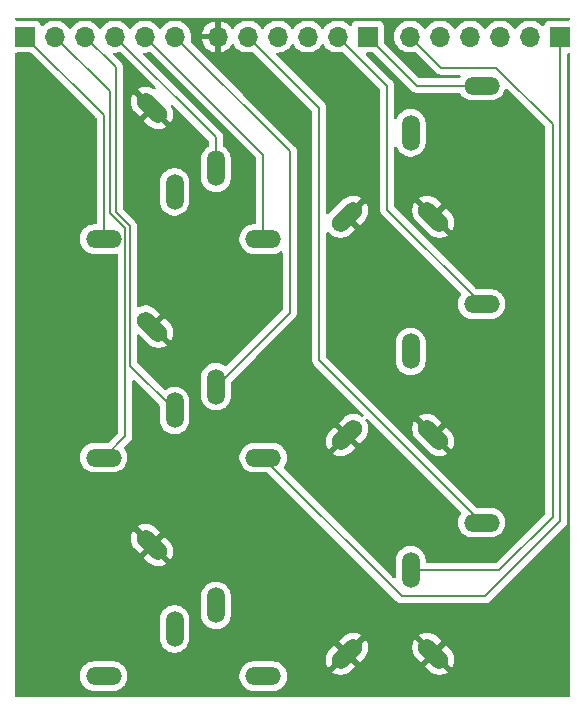
<source format=gbl>
%TF.GenerationSoftware,KiCad,Pcbnew,8.0.5*%
%TF.CreationDate,2024-12-04T18:47:01+01:00*%
%TF.ProjectId,DMH_S_H_Noise_PCB_Conn,444d485f-535f-4485-9f4e-6f6973655f50,1*%
%TF.SameCoordinates,Original*%
%TF.FileFunction,Copper,L2,Bot*%
%TF.FilePolarity,Positive*%
%FSLAX46Y46*%
G04 Gerber Fmt 4.6, Leading zero omitted, Abs format (unit mm)*
G04 Created by KiCad (PCBNEW 8.0.5) date 2024-12-04 18:47:01*
%MOMM*%
%LPD*%
G01*
G04 APERTURE LIST*
G04 Aperture macros list*
%AMHorizOval*
0 Thick line with rounded ends*
0 $1 width*
0 $2 $3 position (X,Y) of the first rounded end (center of the circle)*
0 $4 $5 position (X,Y) of the second rounded end (center of the circle)*
0 Add line between two ends*
20,1,$1,$2,$3,$4,$5,0*
0 Add two circle primitives to create the rounded ends*
1,1,$1,$2,$3*
1,1,$1,$4,$5*%
G04 Aperture macros list end*
%TA.AperFunction,ComponentPad*%
%ADD10HorizOval,1.508000X-0.533159X0.533159X0.533159X-0.533159X0*%
%TD*%
%TA.AperFunction,ComponentPad*%
%ADD11O,3.016000X1.508000*%
%TD*%
%TA.AperFunction,ComponentPad*%
%ADD12O,1.508000X3.016000*%
%TD*%
%TA.AperFunction,ComponentPad*%
%ADD13HorizOval,1.508000X0.533159X0.533159X-0.533159X-0.533159X0*%
%TD*%
%TA.AperFunction,ComponentPad*%
%ADD14R,1.700000X1.700000*%
%TD*%
%TA.AperFunction,ComponentPad*%
%ADD15O,1.700000X1.700000*%
%TD*%
%TA.AperFunction,Conductor*%
%ADD16C,0.200000*%
%TD*%
G04 APERTURE END LIST*
D10*
%TO.P,J7,S*%
%TO.N,GND*%
X63096190Y-204153810D03*
D11*
%TO.P,J7,T*%
%TO.N,/Inputs and Outputs/Pink*%
X59000000Y-215250000D03*
D12*
%TO.P,J7,TN*%
%TO.N,Net-(J70-Pin_4)*%
X65000000Y-211250000D03*
%TD*%
D10*
%TO.P,J5,S*%
%TO.N,GND*%
X86903810Y-176346190D03*
D11*
%TO.P,J5,T*%
%TO.N,/Inputs and Outputs/S&H Out*%
X91000000Y-165250000D03*
D12*
%TO.P,J5,TN*%
%TO.N,Net-(J70-Pin_2)*%
X85000000Y-169250000D03*
%TD*%
D10*
%TO.P,J1,S*%
%TO.N,GND*%
X63096190Y-167153810D03*
D11*
%TO.P,J1,T*%
%TO.N,/Inputs and Outputs/Input*%
X59000000Y-178250000D03*
D12*
%TO.P,J1,TN*%
%TO.N,/Inputs and Outputs/White*%
X65000000Y-174250000D03*
%TD*%
D13*
%TO.P,J3,S*%
%TO.N,GND*%
X79596190Y-176346190D03*
D12*
%TO.P,J3,T*%
%TO.N,/Inputs and Outputs/External Clock*%
X68500000Y-172250000D03*
D11*
%TO.P,J3,TN*%
%TO.N,/Inputs and Outputs/Internal Clock*%
X72500000Y-178250000D03*
%TD*%
D13*
%TO.P,J8,S*%
%TO.N,GND*%
X79596190Y-213346190D03*
D12*
%TO.P,J8,T*%
%TO.N,/Inputs and Outputs/White*%
X68500000Y-209250000D03*
D11*
%TO.P,J8,TN*%
%TO.N,Net-(J70-Pin_5)*%
X72500000Y-215250000D03*
%TD*%
D10*
%TO.P,J9,S*%
%TO.N,GND*%
X86903810Y-213346190D03*
D11*
%TO.P,J9,T*%
%TO.N,/Inputs and Outputs/Blue*%
X91000000Y-202250000D03*
D12*
%TO.P,J9,TN*%
%TO.N,Net-(J70-Pin_6)*%
X85000000Y-206250000D03*
%TD*%
D14*
%TO.P,J70,1,Pin_1*%
%TO.N,Net-(J70-Pin_1)*%
X97650000Y-161100000D03*
D15*
%TO.P,J70,2,Pin_2*%
%TO.N,Net-(J70-Pin_2)*%
X95110000Y-161100000D03*
%TO.P,J70,3,Pin_3*%
%TO.N,Net-(J70-Pin_3)*%
X92570000Y-161100000D03*
%TO.P,J70,4,Pin_4*%
%TO.N,Net-(J70-Pin_4)*%
X90030000Y-161100000D03*
%TO.P,J70,5,Pin_5*%
%TO.N,Net-(J70-Pin_5)*%
X87490000Y-161100000D03*
%TO.P,J70,6,Pin_6*%
%TO.N,Net-(J70-Pin_6)*%
X84950000Y-161100000D03*
%TD*%
D13*
%TO.P,J4,S*%
%TO.N,GND*%
X79596190Y-194846190D03*
D12*
%TO.P,J4,T*%
%TO.N,/Inputs and Outputs/Clock Out*%
X68500000Y-190750000D03*
D11*
%TO.P,J4,TN*%
%TO.N,Net-(J70-Pin_1)*%
X72500000Y-196750000D03*
%TD*%
D14*
%TO.P,J50,1,Pin_1*%
%TO.N,/Inputs and Outputs/Input*%
X52350000Y-161100000D03*
D15*
%TO.P,J50,2,Pin_2*%
%TO.N,/Inputs and Outputs/Slew In*%
X54890000Y-161100000D03*
%TO.P,J50,3,Pin_3*%
%TO.N,/Inputs and Outputs/S&H*%
X57430000Y-161100000D03*
%TO.P,J50,4,Pin_4*%
%TO.N,/Inputs and Outputs/External Clock*%
X59970000Y-161100000D03*
%TO.P,J50,5,Pin_5*%
%TO.N,/Inputs and Outputs/Internal Clock*%
X62510000Y-161100000D03*
%TO.P,J50,6,Pin_6*%
%TO.N,/Inputs and Outputs/Clock Out*%
X65050000Y-161100000D03*
%TD*%
D10*
%TO.P,J2,S*%
%TO.N,GND*%
X63096190Y-185653810D03*
D11*
%TO.P,J2,T*%
%TO.N,/Inputs and Outputs/Slew In*%
X59000000Y-196750000D03*
D12*
%TO.P,J2,TN*%
%TO.N,/Inputs and Outputs/S&H*%
X65000000Y-192750000D03*
%TD*%
D14*
%TO.P,J60,1,Pin_1*%
%TO.N,/Inputs and Outputs/S&H Out*%
X81350000Y-161100000D03*
D15*
%TO.P,J60,2,Pin_2*%
%TO.N,/Inputs and Outputs/Slew Out*%
X78810000Y-161100000D03*
%TO.P,J60,3,Pin_3*%
%TO.N,/Inputs and Outputs/Pink*%
X76270000Y-161100000D03*
%TO.P,J60,4,Pin_4*%
%TO.N,/Inputs and Outputs/White*%
X73730000Y-161100000D03*
%TO.P,J60,5,Pin_5*%
%TO.N,/Inputs and Outputs/Blue*%
X71190000Y-161100000D03*
%TO.P,J60,6,Pin_6*%
%TO.N,GND*%
X68650000Y-161100000D03*
%TD*%
D10*
%TO.P,J6,S*%
%TO.N,GND*%
X86903810Y-194846190D03*
D11*
%TO.P,J6,T*%
%TO.N,/Inputs and Outputs/Slew Out*%
X91000000Y-183750000D03*
D12*
%TO.P,J6,TN*%
%TO.N,Net-(J70-Pin_3)*%
X85000000Y-187750000D03*
%TD*%
D16*
%TO.N,/Inputs and Outputs/Input*%
X59000000Y-167750000D02*
X59000000Y-178250000D01*
X52350000Y-161100000D02*
X59000000Y-167750000D01*
%TO.N,/Inputs and Outputs/S&H*%
X61208000Y-177142314D02*
X61208000Y-188958000D01*
X60000000Y-163670000D02*
X60000000Y-175934314D01*
X57430000Y-161100000D02*
X60000000Y-163670000D01*
X60000000Y-175934314D02*
X61208000Y-177142314D01*
X61208000Y-188958000D02*
X65000000Y-192750000D01*
%TO.N,/Inputs and Outputs/Slew In*%
X60808000Y-177308000D02*
X60808000Y-194942000D01*
X60808000Y-194942000D02*
X59000000Y-196750000D01*
X59500000Y-176000000D02*
X60808000Y-177308000D01*
X54890000Y-161100000D02*
X59500000Y-165710000D01*
X59500000Y-165710000D02*
X59500000Y-176000000D01*
%TO.N,/Inputs and Outputs/Internal Clock*%
X62510000Y-161100000D02*
X72500000Y-171090000D01*
X72500000Y-171090000D02*
X72500000Y-178250000D01*
%TO.N,/Inputs and Outputs/External Clock*%
X59970000Y-161100000D02*
X68500000Y-169630000D01*
X68500000Y-169630000D02*
X68500000Y-172250000D01*
%TO.N,/Inputs and Outputs/Clock Out*%
X74750000Y-184500000D02*
X68500000Y-190750000D01*
X65050000Y-161100000D02*
X74750000Y-170800000D01*
X74750000Y-170800000D02*
X74750000Y-184500000D01*
%TO.N,Net-(J70-Pin_1)*%
X97650000Y-202100000D02*
X91250000Y-208500000D01*
X91250000Y-208500000D02*
X84250000Y-208500000D01*
X84250000Y-208500000D02*
X72500000Y-196750000D01*
X97650000Y-161100000D02*
X97650000Y-202100000D01*
%TO.N,/Inputs and Outputs/S&H Out*%
X81350000Y-161100000D02*
X85500000Y-165250000D01*
X85500000Y-165250000D02*
X91000000Y-165250000D01*
%TO.N,/Inputs and Outputs/Slew Out*%
X78810000Y-161100000D02*
X83000000Y-165290000D01*
X83000000Y-175750000D02*
X91000000Y-183750000D01*
X83000000Y-165290000D02*
X83000000Y-175750000D01*
%TO.N,/Inputs and Outputs/Blue*%
X77250000Y-167160000D02*
X77250000Y-188500000D01*
X77250000Y-188500000D02*
X91000000Y-202250000D01*
X71190000Y-161100000D02*
X77250000Y-167160000D01*
%TO.N,Net-(J70-Pin_6)*%
X92500000Y-206250000D02*
X85000000Y-206250000D01*
X97000000Y-201750000D02*
X92500000Y-206250000D01*
X97000000Y-168500000D02*
X97000000Y-201750000D01*
X84950000Y-161100000D02*
X87600000Y-163750000D01*
X92250000Y-163750000D02*
X97000000Y-168500000D01*
X87600000Y-163750000D02*
X92250000Y-163750000D01*
%TD*%
%TA.AperFunction,Conductor*%
%TO.N,GND*%
G36*
X54892285Y-159516719D02*
G01*
X54918518Y-159502931D01*
X54942950Y-159500500D01*
X57377050Y-159500500D01*
X57432285Y-159516719D01*
X57458518Y-159502931D01*
X57482950Y-159500500D01*
X59917050Y-159500500D01*
X59972285Y-159516719D01*
X59998518Y-159502931D01*
X60022950Y-159500500D01*
X62457050Y-159500500D01*
X62512285Y-159516719D01*
X62538518Y-159502931D01*
X62562950Y-159500500D01*
X64997050Y-159500500D01*
X65052285Y-159516719D01*
X65078518Y-159502931D01*
X65102950Y-159500500D01*
X71137050Y-159500500D01*
X71192285Y-159516719D01*
X71218518Y-159502931D01*
X71242950Y-159500500D01*
X73677050Y-159500500D01*
X73732285Y-159516719D01*
X73758518Y-159502931D01*
X73782950Y-159500500D01*
X76217050Y-159500500D01*
X76272285Y-159516719D01*
X76298518Y-159502931D01*
X76322950Y-159500500D01*
X78757050Y-159500500D01*
X78812285Y-159516719D01*
X78838518Y-159502931D01*
X78862950Y-159500500D01*
X84897050Y-159500500D01*
X84952285Y-159516719D01*
X84978518Y-159502931D01*
X85002950Y-159500500D01*
X87437050Y-159500500D01*
X87492285Y-159516719D01*
X87518518Y-159502931D01*
X87542950Y-159500500D01*
X89977050Y-159500500D01*
X90032285Y-159516719D01*
X90058518Y-159502931D01*
X90082950Y-159500500D01*
X92517050Y-159500500D01*
X92572285Y-159516719D01*
X92598518Y-159502931D01*
X92622950Y-159500500D01*
X95057050Y-159500500D01*
X95112285Y-159516719D01*
X95138518Y-159502931D01*
X95162950Y-159500500D01*
X98375500Y-159500500D01*
X98442539Y-159520185D01*
X98488294Y-159572989D01*
X98499500Y-159624500D01*
X98499500Y-159625500D01*
X98479815Y-159692539D01*
X98427011Y-159738294D01*
X98375500Y-159749500D01*
X96752129Y-159749500D01*
X96752123Y-159749501D01*
X96692516Y-159755908D01*
X96557671Y-159806202D01*
X96557664Y-159806206D01*
X96442455Y-159892452D01*
X96442452Y-159892455D01*
X96356206Y-160007664D01*
X96356203Y-160007669D01*
X96307189Y-160139083D01*
X96265317Y-160195016D01*
X96199853Y-160219433D01*
X96131580Y-160204581D01*
X96103326Y-160183430D01*
X95981402Y-160061506D01*
X95981395Y-160061501D01*
X95787834Y-159925967D01*
X95787830Y-159925965D01*
X95787828Y-159925964D01*
X95573663Y-159826097D01*
X95573659Y-159826096D01*
X95573655Y-159826094D01*
X95345413Y-159764938D01*
X95345403Y-159764936D01*
X95152142Y-159748028D01*
X95110344Y-159731677D01*
X95091985Y-159743477D01*
X95067858Y-159748028D01*
X94874596Y-159764936D01*
X94874586Y-159764938D01*
X94646344Y-159826094D01*
X94646335Y-159826098D01*
X94432171Y-159925964D01*
X94432169Y-159925965D01*
X94238597Y-160061505D01*
X94071505Y-160228597D01*
X93941575Y-160414158D01*
X93886998Y-160457783D01*
X93817500Y-160464977D01*
X93755145Y-160433454D01*
X93738425Y-160414158D01*
X93608494Y-160228597D01*
X93441402Y-160061506D01*
X93441395Y-160061501D01*
X93247834Y-159925967D01*
X93247830Y-159925965D01*
X93247828Y-159925964D01*
X93033663Y-159826097D01*
X93033659Y-159826096D01*
X93033655Y-159826094D01*
X92805413Y-159764938D01*
X92805403Y-159764936D01*
X92612142Y-159748028D01*
X92570344Y-159731677D01*
X92551985Y-159743477D01*
X92527858Y-159748028D01*
X92334596Y-159764936D01*
X92334586Y-159764938D01*
X92106344Y-159826094D01*
X92106335Y-159826098D01*
X91892171Y-159925964D01*
X91892169Y-159925965D01*
X91698597Y-160061505D01*
X91531505Y-160228597D01*
X91401575Y-160414158D01*
X91346998Y-160457783D01*
X91277500Y-160464977D01*
X91215145Y-160433454D01*
X91198425Y-160414158D01*
X91068494Y-160228597D01*
X90901402Y-160061506D01*
X90901395Y-160061501D01*
X90707834Y-159925967D01*
X90707830Y-159925965D01*
X90707828Y-159925964D01*
X90493663Y-159826097D01*
X90493659Y-159826096D01*
X90493655Y-159826094D01*
X90265413Y-159764938D01*
X90265403Y-159764936D01*
X90072142Y-159748028D01*
X90030344Y-159731677D01*
X90011985Y-159743477D01*
X89987858Y-159748028D01*
X89794596Y-159764936D01*
X89794586Y-159764938D01*
X89566344Y-159826094D01*
X89566335Y-159826098D01*
X89352171Y-159925964D01*
X89352169Y-159925965D01*
X89158597Y-160061505D01*
X88991505Y-160228597D01*
X88861575Y-160414158D01*
X88806998Y-160457783D01*
X88737500Y-160464977D01*
X88675145Y-160433454D01*
X88658425Y-160414158D01*
X88528494Y-160228597D01*
X88361402Y-160061506D01*
X88361395Y-160061501D01*
X88167834Y-159925967D01*
X88167830Y-159925965D01*
X88167828Y-159925964D01*
X87953663Y-159826097D01*
X87953659Y-159826096D01*
X87953655Y-159826094D01*
X87725413Y-159764938D01*
X87725403Y-159764936D01*
X87532142Y-159748028D01*
X87490344Y-159731677D01*
X87471985Y-159743477D01*
X87447858Y-159748028D01*
X87254596Y-159764936D01*
X87254586Y-159764938D01*
X87026344Y-159826094D01*
X87026335Y-159826098D01*
X86812171Y-159925964D01*
X86812169Y-159925965D01*
X86618597Y-160061505D01*
X86451505Y-160228597D01*
X86321575Y-160414158D01*
X86266998Y-160457783D01*
X86197500Y-160464977D01*
X86135145Y-160433454D01*
X86118425Y-160414158D01*
X85988494Y-160228597D01*
X85821402Y-160061506D01*
X85821395Y-160061501D01*
X85627834Y-159925967D01*
X85627830Y-159925965D01*
X85627828Y-159925964D01*
X85413663Y-159826097D01*
X85413659Y-159826096D01*
X85413655Y-159826094D01*
X85185413Y-159764938D01*
X85185403Y-159764936D01*
X84992142Y-159748028D01*
X84950344Y-159731677D01*
X84931985Y-159743477D01*
X84907858Y-159748028D01*
X84714596Y-159764936D01*
X84714586Y-159764938D01*
X84486344Y-159826094D01*
X84486335Y-159826098D01*
X84272171Y-159925964D01*
X84272169Y-159925965D01*
X84078597Y-160061505D01*
X83911505Y-160228597D01*
X83775965Y-160422169D01*
X83775964Y-160422171D01*
X83676098Y-160636335D01*
X83676094Y-160636344D01*
X83614938Y-160864586D01*
X83614936Y-160864596D01*
X83594341Y-161099999D01*
X83594341Y-161100000D01*
X83614936Y-161335403D01*
X83614938Y-161335413D01*
X83676094Y-161563655D01*
X83676096Y-161563659D01*
X83676097Y-161563663D01*
X83693631Y-161601264D01*
X83775965Y-161777830D01*
X83775967Y-161777834D01*
X83884281Y-161932521D01*
X83911505Y-161971401D01*
X84078599Y-162138495D01*
X84175384Y-162206265D01*
X84272165Y-162274032D01*
X84272167Y-162274033D01*
X84272170Y-162274035D01*
X84486337Y-162373903D01*
X84714592Y-162435063D01*
X84891034Y-162450500D01*
X84949999Y-162455659D01*
X84950000Y-162455659D01*
X84950001Y-162455659D01*
X85008966Y-162450500D01*
X85185408Y-162435063D01*
X85313757Y-162400672D01*
X85383606Y-162402335D01*
X85433531Y-162432766D01*
X87115139Y-164114374D01*
X87115149Y-164114385D01*
X87119479Y-164118715D01*
X87119480Y-164118716D01*
X87231284Y-164230520D01*
X87300534Y-164270501D01*
X87368215Y-164309577D01*
X87520943Y-164350501D01*
X87520946Y-164350501D01*
X87686653Y-164350501D01*
X87686669Y-164350500D01*
X89105514Y-164350500D01*
X89172553Y-164370185D01*
X89218308Y-164422989D01*
X89228252Y-164492147D01*
X89205833Y-164547384D01*
X89179493Y-164583640D01*
X89170193Y-164596440D01*
X89168762Y-164595400D01*
X89122593Y-164637167D01*
X89068682Y-164649500D01*
X85800097Y-164649500D01*
X85733058Y-164629815D01*
X85712416Y-164613181D01*
X82736818Y-161637583D01*
X82703333Y-161576260D01*
X82700499Y-161549902D01*
X82700499Y-160202129D01*
X82700498Y-160202123D01*
X82697051Y-160170058D01*
X82694091Y-160142517D01*
X82692810Y-160139083D01*
X82643797Y-160007671D01*
X82643793Y-160007664D01*
X82557547Y-159892455D01*
X82557544Y-159892452D01*
X82442335Y-159806206D01*
X82442328Y-159806202D01*
X82307482Y-159755908D01*
X82307483Y-159755908D01*
X82247883Y-159749501D01*
X82247881Y-159749500D01*
X82247873Y-159749500D01*
X82247864Y-159749500D01*
X80452129Y-159749500D01*
X80452123Y-159749501D01*
X80392516Y-159755908D01*
X80257671Y-159806202D01*
X80257664Y-159806206D01*
X80142455Y-159892452D01*
X80142452Y-159892455D01*
X80056206Y-160007664D01*
X80056203Y-160007669D01*
X80007189Y-160139083D01*
X79965317Y-160195016D01*
X79899853Y-160219433D01*
X79831580Y-160204581D01*
X79803326Y-160183430D01*
X79681402Y-160061506D01*
X79681395Y-160061501D01*
X79487834Y-159925967D01*
X79487830Y-159925965D01*
X79487828Y-159925964D01*
X79273663Y-159826097D01*
X79273659Y-159826096D01*
X79273655Y-159826094D01*
X79045413Y-159764938D01*
X79045403Y-159764936D01*
X78852142Y-159748028D01*
X78810344Y-159731677D01*
X78791985Y-159743477D01*
X78767858Y-159748028D01*
X78574596Y-159764936D01*
X78574586Y-159764938D01*
X78346344Y-159826094D01*
X78346335Y-159826098D01*
X78132171Y-159925964D01*
X78132169Y-159925965D01*
X77938597Y-160061505D01*
X77771505Y-160228597D01*
X77641575Y-160414158D01*
X77586998Y-160457783D01*
X77517500Y-160464977D01*
X77455145Y-160433454D01*
X77438425Y-160414158D01*
X77308494Y-160228597D01*
X77141402Y-160061506D01*
X77141395Y-160061501D01*
X76947834Y-159925967D01*
X76947830Y-159925965D01*
X76947828Y-159925964D01*
X76733663Y-159826097D01*
X76733659Y-159826096D01*
X76733655Y-159826094D01*
X76505413Y-159764938D01*
X76505403Y-159764936D01*
X76312142Y-159748028D01*
X76270344Y-159731677D01*
X76251985Y-159743477D01*
X76227858Y-159748028D01*
X76034596Y-159764936D01*
X76034586Y-159764938D01*
X75806344Y-159826094D01*
X75806335Y-159826098D01*
X75592171Y-159925964D01*
X75592169Y-159925965D01*
X75398597Y-160061505D01*
X75231505Y-160228597D01*
X75101575Y-160414158D01*
X75046998Y-160457783D01*
X74977500Y-160464977D01*
X74915145Y-160433454D01*
X74898425Y-160414158D01*
X74768494Y-160228597D01*
X74601402Y-160061506D01*
X74601395Y-160061501D01*
X74407834Y-159925967D01*
X74407830Y-159925965D01*
X74407828Y-159925964D01*
X74193663Y-159826097D01*
X74193659Y-159826096D01*
X74193655Y-159826094D01*
X73965413Y-159764938D01*
X73965403Y-159764936D01*
X73772142Y-159748028D01*
X73730344Y-159731677D01*
X73711985Y-159743477D01*
X73687858Y-159748028D01*
X73494596Y-159764936D01*
X73494586Y-159764938D01*
X73266344Y-159826094D01*
X73266335Y-159826098D01*
X73052171Y-159925964D01*
X73052169Y-159925965D01*
X72858597Y-160061505D01*
X72691505Y-160228597D01*
X72561575Y-160414158D01*
X72506998Y-160457783D01*
X72437500Y-160464977D01*
X72375145Y-160433454D01*
X72358425Y-160414158D01*
X72228494Y-160228597D01*
X72061402Y-160061506D01*
X72061395Y-160061501D01*
X71867834Y-159925967D01*
X71867830Y-159925965D01*
X71867828Y-159925964D01*
X71653663Y-159826097D01*
X71653659Y-159826096D01*
X71653655Y-159826094D01*
X71425413Y-159764938D01*
X71425403Y-159764936D01*
X71232142Y-159748028D01*
X71190344Y-159731677D01*
X71171985Y-159743477D01*
X71147858Y-159748028D01*
X70954596Y-159764936D01*
X70954586Y-159764938D01*
X70726344Y-159826094D01*
X70726335Y-159826098D01*
X70512171Y-159925964D01*
X70512169Y-159925965D01*
X70318597Y-160061505D01*
X70151508Y-160228594D01*
X70021269Y-160414595D01*
X69966692Y-160458219D01*
X69897193Y-160465412D01*
X69834839Y-160433890D01*
X69818119Y-160414594D01*
X69688113Y-160228926D01*
X69688108Y-160228920D01*
X69521082Y-160061894D01*
X69327578Y-159926399D01*
X69113492Y-159826570D01*
X69113486Y-159826567D01*
X68900000Y-159769364D01*
X68900000Y-160666988D01*
X68842993Y-160634075D01*
X68715826Y-160600000D01*
X68584174Y-160600000D01*
X68457007Y-160634075D01*
X68400000Y-160666988D01*
X68400000Y-159769364D01*
X68399999Y-159769364D01*
X68186513Y-159826567D01*
X68186507Y-159826570D01*
X67972422Y-159926399D01*
X67972420Y-159926400D01*
X67778926Y-160061886D01*
X67778920Y-160061891D01*
X67611891Y-160228920D01*
X67611886Y-160228926D01*
X67476400Y-160422420D01*
X67476399Y-160422422D01*
X67376570Y-160636507D01*
X67376567Y-160636513D01*
X67319364Y-160849999D01*
X67319364Y-160850000D01*
X68216988Y-160850000D01*
X68184075Y-160907007D01*
X68150000Y-161034174D01*
X68150000Y-161165826D01*
X68184075Y-161292993D01*
X68216988Y-161350000D01*
X67319364Y-161350000D01*
X67376567Y-161563486D01*
X67376570Y-161563492D01*
X67476399Y-161777578D01*
X67611894Y-161971082D01*
X67778917Y-162138105D01*
X67972421Y-162273600D01*
X68186507Y-162373429D01*
X68186516Y-162373433D01*
X68400000Y-162430634D01*
X68400000Y-161533012D01*
X68457007Y-161565925D01*
X68584174Y-161600000D01*
X68715826Y-161600000D01*
X68842993Y-161565925D01*
X68900000Y-161533012D01*
X68900000Y-162430633D01*
X69113483Y-162373433D01*
X69113492Y-162373429D01*
X69327578Y-162273600D01*
X69521082Y-162138105D01*
X69688105Y-161971082D01*
X69818119Y-161785405D01*
X69872696Y-161741781D01*
X69942195Y-161734588D01*
X70004549Y-161766110D01*
X70021269Y-161785405D01*
X70151505Y-161971401D01*
X70318599Y-162138495D01*
X70415384Y-162206265D01*
X70512165Y-162274032D01*
X70512167Y-162274033D01*
X70512170Y-162274035D01*
X70726337Y-162373903D01*
X70954592Y-162435063D01*
X71131034Y-162450500D01*
X71189999Y-162455659D01*
X71190000Y-162455659D01*
X71190001Y-162455659D01*
X71248966Y-162450500D01*
X71425408Y-162435063D01*
X71553757Y-162400672D01*
X71623606Y-162402335D01*
X71673531Y-162432766D01*
X76613181Y-167372416D01*
X76646666Y-167433739D01*
X76649500Y-167460097D01*
X76649500Y-188413330D01*
X76649499Y-188413348D01*
X76649499Y-188579054D01*
X76649498Y-188579054D01*
X76690424Y-188731788D01*
X76696030Y-188741497D01*
X76696032Y-188741500D01*
X76769477Y-188868712D01*
X76769481Y-188868717D01*
X76888349Y-188987585D01*
X76888355Y-188987590D01*
X80969554Y-193068789D01*
X81003039Y-193130112D01*
X80998055Y-193199804D01*
X80956183Y-193255737D01*
X80890719Y-193280154D01*
X80822446Y-193265302D01*
X80808987Y-193256788D01*
X80786588Y-193240514D01*
X80610718Y-193150902D01*
X80610715Y-193150901D01*
X80422996Y-193089909D01*
X80228040Y-193059031D01*
X80030657Y-193059031D01*
X79835699Y-193089909D01*
X79647984Y-193150900D01*
X79647978Y-193150902D01*
X79472116Y-193240510D01*
X79472110Y-193240514D01*
X79312421Y-193356536D01*
X79312419Y-193356537D01*
X78886255Y-193782700D01*
X78886255Y-193782701D01*
X79419413Y-194315860D01*
X79065860Y-194669412D01*
X78532701Y-194136254D01*
X78532700Y-194136254D01*
X78106536Y-194562419D01*
X78106535Y-194562421D01*
X77990513Y-194722109D01*
X77900902Y-194897979D01*
X77900901Y-194897982D01*
X77839909Y-195085701D01*
X77809031Y-195280657D01*
X77809031Y-195478040D01*
X77839909Y-195672996D01*
X77900901Y-195860715D01*
X77900902Y-195860718D01*
X77990514Y-196036590D01*
X78016486Y-196072338D01*
X78016487Y-196072338D01*
X78582897Y-195505928D01*
X78599935Y-195569512D01*
X78665761Y-195683527D01*
X78758853Y-195776619D01*
X78872868Y-195842445D01*
X78936449Y-195859481D01*
X78370040Y-196425891D01*
X78405795Y-196451868D01*
X78581661Y-196541477D01*
X78581664Y-196541478D01*
X78769383Y-196602470D01*
X78964340Y-196633349D01*
X79161722Y-196633349D01*
X79356678Y-196602470D01*
X79544397Y-196541478D01*
X79544400Y-196541477D01*
X79720270Y-196451866D01*
X79879958Y-196335844D01*
X79879959Y-196335844D01*
X80306125Y-195909678D01*
X80306125Y-195909677D01*
X79772966Y-195376519D01*
X80126519Y-195022966D01*
X80659678Y-195556125D01*
X81085843Y-195129959D01*
X81085843Y-195129958D01*
X81201865Y-194970269D01*
X81201869Y-194970263D01*
X81291477Y-194794401D01*
X81291479Y-194794395D01*
X81352470Y-194606680D01*
X81383349Y-194411723D01*
X81383349Y-194214339D01*
X81352470Y-194019383D01*
X81291478Y-193831664D01*
X81291477Y-193831661D01*
X81201863Y-193655787D01*
X81185592Y-193633392D01*
X81162111Y-193567586D01*
X81177936Y-193499532D01*
X81228041Y-193450837D01*
X81296519Y-193436961D01*
X81361628Y-193462309D01*
X81373590Y-193472825D01*
X89232914Y-201332149D01*
X89266399Y-201393472D01*
X89261415Y-201463164D01*
X89245552Y-201492714D01*
X89173057Y-201592496D01*
X89083408Y-201768441D01*
X89022389Y-201956236D01*
X88991500Y-202151263D01*
X88991500Y-202348736D01*
X89022389Y-202543763D01*
X89083408Y-202731558D01*
X89083409Y-202731561D01*
X89173056Y-202907501D01*
X89173058Y-202907504D01*
X89289115Y-203067246D01*
X89428753Y-203206884D01*
X89578234Y-203315486D01*
X89588499Y-203322944D01*
X89764439Y-203412591D01*
X89860719Y-203443874D01*
X89952236Y-203473610D01*
X90147264Y-203504500D01*
X90147269Y-203504500D01*
X91852736Y-203504500D01*
X92047763Y-203473610D01*
X92235561Y-203412591D01*
X92411501Y-203322944D01*
X92548539Y-203223381D01*
X92571246Y-203206884D01*
X92571248Y-203206881D01*
X92571252Y-203206879D01*
X92710879Y-203067252D01*
X92710881Y-203067248D01*
X92710884Y-203067246D01*
X92761779Y-202997192D01*
X92826944Y-202907501D01*
X92916591Y-202731561D01*
X92977610Y-202543763D01*
X92989496Y-202468718D01*
X93008500Y-202348736D01*
X93008500Y-202151263D01*
X92977610Y-201956236D01*
X92957270Y-201893637D01*
X92916591Y-201768439D01*
X92826944Y-201592499D01*
X92819486Y-201582234D01*
X92710884Y-201432753D01*
X92571246Y-201293115D01*
X92411504Y-201177058D01*
X92411503Y-201177057D01*
X92411501Y-201177056D01*
X92235561Y-201087409D01*
X92235558Y-201087408D01*
X92047763Y-201026389D01*
X91852736Y-200995500D01*
X91852731Y-200995500D01*
X90646097Y-200995500D01*
X90579058Y-200975815D01*
X90558416Y-200959181D01*
X83813574Y-194214339D01*
X85116651Y-194214339D01*
X85116651Y-194411722D01*
X85147529Y-194606678D01*
X85208521Y-194794397D01*
X85208522Y-194794400D01*
X85298133Y-194970270D01*
X85414155Y-195129958D01*
X85414155Y-195129959D01*
X86620040Y-196335843D01*
X86779730Y-196451865D01*
X86779736Y-196451869D01*
X86955598Y-196541477D01*
X86955604Y-196541479D01*
X87143320Y-196602470D01*
X87143319Y-196602470D01*
X87338277Y-196633349D01*
X87535660Y-196633349D01*
X87730616Y-196602470D01*
X87918335Y-196541478D01*
X87918338Y-196541477D01*
X88094210Y-196451865D01*
X88129957Y-196425892D01*
X88129957Y-196425890D01*
X87563549Y-195859482D01*
X87627132Y-195842446D01*
X87741148Y-195776620D01*
X87834240Y-195683528D01*
X87900066Y-195569512D01*
X87917102Y-195505929D01*
X88483510Y-196072337D01*
X88483512Y-196072337D01*
X88509485Y-196036590D01*
X88599097Y-195860718D01*
X88599098Y-195860715D01*
X88660090Y-195672996D01*
X88690969Y-195478040D01*
X88690969Y-195280656D01*
X88660090Y-195085699D01*
X88599099Y-194897984D01*
X88599097Y-194897978D01*
X88509489Y-194722116D01*
X88509485Y-194722110D01*
X88393463Y-194562421D01*
X88393462Y-194562419D01*
X87967299Y-194136254D01*
X87967297Y-194136254D01*
X87434139Y-194669412D01*
X87080585Y-194315859D01*
X87613745Y-193782701D01*
X87187579Y-193356535D01*
X87027890Y-193240513D01*
X86852020Y-193150902D01*
X86852017Y-193150901D01*
X86664298Y-193089909D01*
X86469342Y-193059031D01*
X86271960Y-193059031D01*
X86077003Y-193089909D01*
X85889284Y-193150901D01*
X85889281Y-193150902D01*
X85713409Y-193240514D01*
X85677660Y-193266486D01*
X85677659Y-193266487D01*
X86244070Y-193832898D01*
X86180488Y-193849935D01*
X86066473Y-193915761D01*
X85973381Y-194008853D01*
X85907555Y-194122868D01*
X85890518Y-194186450D01*
X85324107Y-193620039D01*
X85324106Y-193620040D01*
X85298134Y-193655789D01*
X85208522Y-193831661D01*
X85208521Y-193831664D01*
X85147529Y-194019383D01*
X85116651Y-194214339D01*
X83813574Y-194214339D01*
X77886819Y-188287584D01*
X77853334Y-188226261D01*
X77850500Y-188199903D01*
X77850500Y-186897263D01*
X83745500Y-186897263D01*
X83745500Y-188602736D01*
X83776389Y-188797763D01*
X83835771Y-188980520D01*
X83837409Y-188985561D01*
X83864700Y-189039121D01*
X83927058Y-189161504D01*
X84043115Y-189321246D01*
X84182753Y-189460884D01*
X84332234Y-189569486D01*
X84342499Y-189576944D01*
X84518439Y-189666591D01*
X84628144Y-189702236D01*
X84706236Y-189727610D01*
X84901264Y-189758500D01*
X84901269Y-189758500D01*
X85098736Y-189758500D01*
X85293763Y-189727610D01*
X85481561Y-189666591D01*
X85657501Y-189576944D01*
X85747192Y-189511779D01*
X85817246Y-189460884D01*
X85817248Y-189460881D01*
X85817252Y-189460879D01*
X85956879Y-189321252D01*
X85956881Y-189321248D01*
X85956884Y-189321246D01*
X86007779Y-189251192D01*
X86072944Y-189161501D01*
X86162591Y-188985561D01*
X86223610Y-188797763D01*
X86227629Y-188772389D01*
X86254500Y-188602736D01*
X86254500Y-186897263D01*
X86223610Y-186702236D01*
X86203270Y-186639637D01*
X86162591Y-186514439D01*
X86072944Y-186338499D01*
X86008622Y-186249966D01*
X85956884Y-186178753D01*
X85817246Y-186039115D01*
X85657504Y-185923058D01*
X85657503Y-185923057D01*
X85657501Y-185923056D01*
X85481561Y-185833409D01*
X85481558Y-185833408D01*
X85293763Y-185772389D01*
X85098736Y-185741500D01*
X85098731Y-185741500D01*
X84901269Y-185741500D01*
X84901264Y-185741500D01*
X84706236Y-185772389D01*
X84518441Y-185833408D01*
X84342495Y-185923058D01*
X84182753Y-186039115D01*
X84043115Y-186178753D01*
X83927058Y-186338495D01*
X83837408Y-186514441D01*
X83776389Y-186702236D01*
X83745500Y-186897263D01*
X77850500Y-186897263D01*
X77850500Y-177725508D01*
X77870185Y-177658469D01*
X77922989Y-177612714D01*
X77992147Y-177602770D01*
X78055703Y-177631795D01*
X78074818Y-177652623D01*
X78106530Y-177696271D01*
X78106535Y-177696277D01*
X78246102Y-177835844D01*
X78405791Y-177951866D01*
X78581661Y-178041477D01*
X78581664Y-178041478D01*
X78769383Y-178102470D01*
X78964340Y-178133349D01*
X79161722Y-178133349D01*
X79356678Y-178102470D01*
X79544397Y-178041478D01*
X79544400Y-178041477D01*
X79720270Y-177951866D01*
X79879958Y-177835844D01*
X79879959Y-177835844D01*
X80306125Y-177409678D01*
X80306125Y-177409677D01*
X79772967Y-176876519D01*
X80126519Y-176522966D01*
X80659678Y-177056125D01*
X81085843Y-176629959D01*
X81085843Y-176629958D01*
X81201865Y-176470269D01*
X81201869Y-176470263D01*
X81291477Y-176294401D01*
X81291479Y-176294395D01*
X81352470Y-176106680D01*
X81383349Y-175911723D01*
X81383349Y-175714339D01*
X81352470Y-175519383D01*
X81291478Y-175331664D01*
X81291477Y-175331661D01*
X81201869Y-175155799D01*
X81201861Y-175155786D01*
X81175891Y-175120041D01*
X81175890Y-175120040D01*
X80609482Y-175686448D01*
X80592446Y-175622868D01*
X80526620Y-175508852D01*
X80433528Y-175415760D01*
X80319512Y-175349934D01*
X80255929Y-175332897D01*
X80822338Y-174766488D01*
X80786588Y-174740514D01*
X80610718Y-174650902D01*
X80610715Y-174650901D01*
X80422996Y-174589909D01*
X80228040Y-174559031D01*
X80030657Y-174559031D01*
X79835699Y-174589909D01*
X79647984Y-174650900D01*
X79647978Y-174650902D01*
X79472116Y-174740510D01*
X79472110Y-174740514D01*
X79312421Y-174856536D01*
X79312420Y-174856536D01*
X78106535Y-176062420D01*
X78106528Y-176062429D01*
X78074817Y-176106075D01*
X78019487Y-176148741D01*
X77949874Y-176154719D01*
X77888079Y-176122113D01*
X77853722Y-176061274D01*
X77850500Y-176033189D01*
X77850500Y-167080945D01*
X77850500Y-167080943D01*
X77809577Y-166928216D01*
X77809577Y-166928215D01*
X77809577Y-166928214D01*
X77780639Y-166878095D01*
X77780637Y-166878092D01*
X77762654Y-166846944D01*
X77730520Y-166791284D01*
X77618716Y-166679480D01*
X77618715Y-166679479D01*
X77614385Y-166675149D01*
X77614374Y-166675139D01*
X73603666Y-162664431D01*
X73570181Y-162603108D01*
X73575165Y-162533416D01*
X73617037Y-162477483D01*
X73682501Y-162453066D01*
X73702144Y-162453221D01*
X73730000Y-162455659D01*
X73965408Y-162435063D01*
X74193663Y-162373903D01*
X74407830Y-162274035D01*
X74601401Y-162138495D01*
X74768495Y-161971401D01*
X74898425Y-161785842D01*
X74953002Y-161742217D01*
X75022500Y-161735023D01*
X75084855Y-161766546D01*
X75101575Y-161785842D01*
X75231500Y-161971395D01*
X75231505Y-161971401D01*
X75398599Y-162138495D01*
X75495384Y-162206265D01*
X75592165Y-162274032D01*
X75592167Y-162274033D01*
X75592170Y-162274035D01*
X75806337Y-162373903D01*
X76034592Y-162435063D01*
X76211034Y-162450500D01*
X76269999Y-162455659D01*
X76270000Y-162455659D01*
X76270001Y-162455659D01*
X76328966Y-162450500D01*
X76505408Y-162435063D01*
X76733663Y-162373903D01*
X76947830Y-162274035D01*
X77141401Y-162138495D01*
X77308495Y-161971401D01*
X77438425Y-161785842D01*
X77493002Y-161742217D01*
X77562500Y-161735023D01*
X77624855Y-161766546D01*
X77641575Y-161785842D01*
X77771500Y-161971395D01*
X77771505Y-161971401D01*
X77938599Y-162138495D01*
X78035384Y-162206265D01*
X78132165Y-162274032D01*
X78132167Y-162274033D01*
X78132170Y-162274035D01*
X78346337Y-162373903D01*
X78574592Y-162435063D01*
X78751034Y-162450500D01*
X78809999Y-162455659D01*
X78810000Y-162455659D01*
X78810001Y-162455659D01*
X78868966Y-162450500D01*
X79045408Y-162435063D01*
X79173757Y-162400672D01*
X79243606Y-162402335D01*
X79293531Y-162432766D01*
X82363181Y-165502416D01*
X82396666Y-165563739D01*
X82399500Y-165590097D01*
X82399500Y-175663330D01*
X82399499Y-175663348D01*
X82399499Y-175829054D01*
X82399498Y-175829054D01*
X82440423Y-175981785D01*
X82469358Y-176031900D01*
X82469359Y-176031904D01*
X82469360Y-176031904D01*
X82486316Y-176061274D01*
X82519479Y-176118714D01*
X82519481Y-176118717D01*
X82638349Y-176237585D01*
X82638355Y-176237590D01*
X89232914Y-182832149D01*
X89266399Y-182893472D01*
X89261415Y-182963164D01*
X89245552Y-182992714D01*
X89173057Y-183092496D01*
X89083408Y-183268441D01*
X89022389Y-183456236D01*
X88991500Y-183651263D01*
X88991500Y-183848736D01*
X89022389Y-184043763D01*
X89073122Y-184199901D01*
X89083409Y-184231561D01*
X89173056Y-184407501D01*
X89173058Y-184407504D01*
X89289115Y-184567246D01*
X89428753Y-184706884D01*
X89578234Y-184815486D01*
X89588499Y-184822944D01*
X89764439Y-184912591D01*
X89860719Y-184943874D01*
X89952236Y-184973610D01*
X90147264Y-185004500D01*
X90147269Y-185004500D01*
X91852736Y-185004500D01*
X92047763Y-184973610D01*
X92235561Y-184912591D01*
X92411501Y-184822944D01*
X92548539Y-184723381D01*
X92571246Y-184706884D01*
X92571248Y-184706881D01*
X92571252Y-184706879D01*
X92710879Y-184567252D01*
X92710881Y-184567248D01*
X92710884Y-184567246D01*
X92761779Y-184497192D01*
X92826944Y-184407501D01*
X92916591Y-184231561D01*
X92977610Y-184043763D01*
X92981574Y-184018736D01*
X93008500Y-183848736D01*
X93008500Y-183651263D01*
X92977610Y-183456236D01*
X92957270Y-183393637D01*
X92916591Y-183268439D01*
X92826944Y-183092499D01*
X92754447Y-182992714D01*
X92710884Y-182932753D01*
X92571246Y-182793115D01*
X92411504Y-182677058D01*
X92411503Y-182677057D01*
X92411501Y-182677056D01*
X92235561Y-182587409D01*
X92235558Y-182587408D01*
X92047763Y-182526389D01*
X91852736Y-182495500D01*
X91852731Y-182495500D01*
X90646097Y-182495500D01*
X90579058Y-182475815D01*
X90558416Y-182459181D01*
X83813574Y-175714339D01*
X85116651Y-175714339D01*
X85116651Y-175911722D01*
X85147529Y-176106678D01*
X85208521Y-176294397D01*
X85208522Y-176294400D01*
X85298133Y-176470270D01*
X85414155Y-176629958D01*
X85414155Y-176629959D01*
X86620040Y-177835843D01*
X86779730Y-177951865D01*
X86779736Y-177951869D01*
X86955598Y-178041477D01*
X86955604Y-178041479D01*
X87143320Y-178102470D01*
X87143319Y-178102470D01*
X87338277Y-178133349D01*
X87535660Y-178133349D01*
X87730616Y-178102470D01*
X87918335Y-178041478D01*
X87918338Y-178041477D01*
X88094210Y-177951865D01*
X88129957Y-177925892D01*
X88129957Y-177925890D01*
X87563549Y-177359482D01*
X87627132Y-177342446D01*
X87741148Y-177276620D01*
X87834240Y-177183528D01*
X87900066Y-177069512D01*
X87917102Y-177005929D01*
X88483510Y-177572337D01*
X88483512Y-177572337D01*
X88509485Y-177536590D01*
X88599097Y-177360718D01*
X88599098Y-177360715D01*
X88660090Y-177172996D01*
X88690969Y-176978040D01*
X88690969Y-176780656D01*
X88660090Y-176585699D01*
X88599099Y-176397984D01*
X88599097Y-176397978D01*
X88509489Y-176222116D01*
X88509485Y-176222110D01*
X88393463Y-176062421D01*
X88393462Y-176062419D01*
X87967299Y-175636254D01*
X87967297Y-175636254D01*
X87434139Y-176169412D01*
X87080585Y-175815859D01*
X87613745Y-175282701D01*
X87187579Y-174856535D01*
X87027890Y-174740513D01*
X86852020Y-174650902D01*
X86852017Y-174650901D01*
X86664298Y-174589909D01*
X86469342Y-174559031D01*
X86271960Y-174559031D01*
X86077003Y-174589909D01*
X85889284Y-174650901D01*
X85889281Y-174650902D01*
X85713409Y-174740514D01*
X85677660Y-174766486D01*
X85677659Y-174766487D01*
X86244070Y-175332898D01*
X86180488Y-175349935D01*
X86066473Y-175415761D01*
X85973381Y-175508853D01*
X85907555Y-175622868D01*
X85890518Y-175686450D01*
X85324107Y-175120039D01*
X85324106Y-175120040D01*
X85298134Y-175155789D01*
X85208522Y-175331661D01*
X85208521Y-175331664D01*
X85147529Y-175519383D01*
X85116651Y-175714339D01*
X83813574Y-175714339D01*
X83636819Y-175537584D01*
X83603334Y-175476261D01*
X83600500Y-175449903D01*
X83600500Y-170537000D01*
X83620185Y-170469961D01*
X83672989Y-170424206D01*
X83742147Y-170414262D01*
X83805703Y-170443287D01*
X83833620Y-170482023D01*
X83835198Y-170481220D01*
X83837407Y-170485556D01*
X83837409Y-170485561D01*
X83898338Y-170605139D01*
X83927058Y-170661504D01*
X84043115Y-170821246D01*
X84182753Y-170960884D01*
X84303672Y-171048735D01*
X84342499Y-171076944D01*
X84518439Y-171166591D01*
X84628144Y-171202236D01*
X84706236Y-171227610D01*
X84901264Y-171258500D01*
X84901269Y-171258500D01*
X85098736Y-171258500D01*
X85293763Y-171227610D01*
X85481561Y-171166591D01*
X85657501Y-171076944D01*
X85748344Y-171010943D01*
X85817246Y-170960884D01*
X85817248Y-170960881D01*
X85817252Y-170960879D01*
X85956879Y-170821252D01*
X85956881Y-170821248D01*
X85956884Y-170821246D01*
X86029757Y-170720943D01*
X86072944Y-170661501D01*
X86162591Y-170485561D01*
X86223610Y-170297763D01*
X86254500Y-170102736D01*
X86254500Y-168397263D01*
X86223610Y-168202236D01*
X86203270Y-168139637D01*
X86162591Y-168014439D01*
X86072944Y-167838499D01*
X86008622Y-167749966D01*
X85956884Y-167678753D01*
X85817246Y-167539115D01*
X85657504Y-167423058D01*
X85657503Y-167423057D01*
X85657501Y-167423056D01*
X85481561Y-167333409D01*
X85481558Y-167333408D01*
X85293763Y-167272389D01*
X85098736Y-167241500D01*
X85098731Y-167241500D01*
X84901269Y-167241500D01*
X84901264Y-167241500D01*
X84706236Y-167272389D01*
X84518441Y-167333408D01*
X84342495Y-167423058D01*
X84182753Y-167539115D01*
X84043115Y-167678753D01*
X83927058Y-167838495D01*
X83927056Y-167838499D01*
X83837409Y-168014439D01*
X83837407Y-168014443D01*
X83835198Y-168018780D01*
X83833182Y-168017753D01*
X83795204Y-168064866D01*
X83728906Y-168086921D01*
X83661210Y-168069631D01*
X83613607Y-168018486D01*
X83600500Y-167962999D01*
X83600500Y-165379059D01*
X83600501Y-165379046D01*
X83600501Y-165210945D01*
X83600501Y-165210943D01*
X83559577Y-165058215D01*
X83530639Y-165008095D01*
X83480520Y-164921284D01*
X83368716Y-164809480D01*
X83368715Y-164809479D01*
X83364385Y-164805149D01*
X83364374Y-164805139D01*
X81221415Y-162662180D01*
X81187930Y-162600857D01*
X81192914Y-162531165D01*
X81234786Y-162475232D01*
X81300250Y-162450815D01*
X81309096Y-162450499D01*
X81799902Y-162450499D01*
X81866941Y-162470184D01*
X81887583Y-162486818D01*
X85015139Y-165614374D01*
X85015149Y-165614385D01*
X85019479Y-165618715D01*
X85019480Y-165618716D01*
X85131284Y-165730520D01*
X85200565Y-165770519D01*
X85268215Y-165809577D01*
X85420942Y-165850500D01*
X85420943Y-165850500D01*
X89068682Y-165850500D01*
X89135721Y-165870185D01*
X89169139Y-165904324D01*
X89170192Y-165903560D01*
X89289115Y-166067246D01*
X89428753Y-166206884D01*
X89578234Y-166315486D01*
X89588499Y-166322944D01*
X89764439Y-166412591D01*
X89889637Y-166453270D01*
X89952236Y-166473610D01*
X90147264Y-166504500D01*
X90147269Y-166504500D01*
X91852736Y-166504500D01*
X92047763Y-166473610D01*
X92235561Y-166412591D01*
X92411501Y-166322944D01*
X92548539Y-166223381D01*
X92571246Y-166206884D01*
X92571248Y-166206881D01*
X92571252Y-166206879D01*
X92710879Y-166067252D01*
X92710881Y-166067248D01*
X92710884Y-166067246D01*
X92771554Y-165983739D01*
X92826944Y-165907501D01*
X92916591Y-165731561D01*
X92968277Y-165572486D01*
X93007714Y-165514811D01*
X93072073Y-165487613D01*
X93140919Y-165499528D01*
X93173889Y-165523124D01*
X96363181Y-168712416D01*
X96396666Y-168773739D01*
X96399500Y-168800097D01*
X96399500Y-201449903D01*
X96379815Y-201516942D01*
X96363181Y-201537584D01*
X92287584Y-205613181D01*
X92226261Y-205646666D01*
X92199903Y-205649500D01*
X86378500Y-205649500D01*
X86311461Y-205629815D01*
X86265706Y-205577011D01*
X86254500Y-205525500D01*
X86254500Y-205397263D01*
X86223610Y-205202236D01*
X86203270Y-205139637D01*
X86162591Y-205014439D01*
X86072944Y-204838499D01*
X86008622Y-204749966D01*
X85956884Y-204678753D01*
X85817246Y-204539115D01*
X85657504Y-204423058D01*
X85657503Y-204423057D01*
X85657501Y-204423056D01*
X85481561Y-204333409D01*
X85481558Y-204333408D01*
X85293763Y-204272389D01*
X85098736Y-204241500D01*
X85098731Y-204241500D01*
X84901269Y-204241500D01*
X84901264Y-204241500D01*
X84706236Y-204272389D01*
X84518441Y-204333408D01*
X84342495Y-204423058D01*
X84182753Y-204539115D01*
X84043115Y-204678753D01*
X83927058Y-204838495D01*
X83837408Y-205014441D01*
X83776389Y-205202236D01*
X83745500Y-205397263D01*
X83745500Y-206846903D01*
X83725815Y-206913942D01*
X83673011Y-206959697D01*
X83603853Y-206969641D01*
X83540297Y-206940616D01*
X83533819Y-206934584D01*
X74267085Y-197667850D01*
X74233600Y-197606527D01*
X74238584Y-197536835D01*
X74254448Y-197507284D01*
X74257316Y-197503336D01*
X74326944Y-197407501D01*
X74416591Y-197231561D01*
X74477610Y-197043763D01*
X74508500Y-196848736D01*
X74508500Y-196651263D01*
X74477610Y-196456236D01*
X74438492Y-196335844D01*
X74416591Y-196268439D01*
X74326944Y-196092499D01*
X74286324Y-196036590D01*
X74210884Y-195932753D01*
X74071246Y-195793115D01*
X73911504Y-195677058D01*
X73911503Y-195677057D01*
X73911501Y-195677056D01*
X73735561Y-195587409D01*
X73735558Y-195587408D01*
X73547763Y-195526389D01*
X73352736Y-195495500D01*
X73352731Y-195495500D01*
X71647269Y-195495500D01*
X71647264Y-195495500D01*
X71452236Y-195526389D01*
X71264441Y-195587408D01*
X71088495Y-195677058D01*
X70928753Y-195793115D01*
X70789115Y-195932753D01*
X70673058Y-196092495D01*
X70583408Y-196268441D01*
X70522389Y-196456236D01*
X70491500Y-196651263D01*
X70491500Y-196848736D01*
X70522389Y-197043763D01*
X70583408Y-197231558D01*
X70583409Y-197231561D01*
X70673056Y-197407501D01*
X70673058Y-197407504D01*
X70789115Y-197567246D01*
X70928753Y-197706884D01*
X71078234Y-197815486D01*
X71088499Y-197822944D01*
X71264439Y-197912591D01*
X71389637Y-197953270D01*
X71452236Y-197973610D01*
X71647264Y-198004500D01*
X71647269Y-198004500D01*
X72853903Y-198004500D01*
X72920942Y-198024185D01*
X72941584Y-198040819D01*
X83765139Y-208864374D01*
X83765149Y-208864385D01*
X83769479Y-208868715D01*
X83769480Y-208868716D01*
X83881284Y-208980520D01*
X83881286Y-208980521D01*
X83881290Y-208980524D01*
X84018209Y-209059573D01*
X84018216Y-209059577D01*
X84130019Y-209089534D01*
X84170942Y-209100500D01*
X84170943Y-209100500D01*
X91163331Y-209100500D01*
X91163347Y-209100501D01*
X91170943Y-209100501D01*
X91329054Y-209100501D01*
X91329057Y-209100501D01*
X91481785Y-209059577D01*
X91531904Y-209030639D01*
X91618716Y-208980520D01*
X91730520Y-208868716D01*
X91730520Y-208868714D01*
X91740728Y-208858507D01*
X91740729Y-208858504D01*
X98130520Y-202468716D01*
X98209577Y-202331785D01*
X98250501Y-202179057D01*
X98250501Y-202020942D01*
X98250501Y-202013347D01*
X98250500Y-202013329D01*
X98250500Y-162574499D01*
X98270185Y-162507460D01*
X98322989Y-162461705D01*
X98374500Y-162450499D01*
X98375500Y-162450499D01*
X98442539Y-162470184D01*
X98488294Y-162522988D01*
X98499500Y-162574499D01*
X98499500Y-216875500D01*
X98479815Y-216942539D01*
X98427011Y-216988294D01*
X98375500Y-216999500D01*
X51624500Y-216999500D01*
X51557461Y-216979815D01*
X51511706Y-216927011D01*
X51500500Y-216875500D01*
X51500500Y-215151263D01*
X56991500Y-215151263D01*
X56991500Y-215348736D01*
X57022389Y-215543763D01*
X57083408Y-215731558D01*
X57083409Y-215731561D01*
X57173056Y-215907501D01*
X57173058Y-215907504D01*
X57289115Y-216067246D01*
X57428753Y-216206884D01*
X57578234Y-216315486D01*
X57588499Y-216322944D01*
X57764439Y-216412591D01*
X57889637Y-216453270D01*
X57952236Y-216473610D01*
X58147264Y-216504500D01*
X58147269Y-216504500D01*
X59852736Y-216504500D01*
X60047763Y-216473610D01*
X60235561Y-216412591D01*
X60411501Y-216322944D01*
X60501192Y-216257779D01*
X60571246Y-216206884D01*
X60571248Y-216206881D01*
X60571252Y-216206879D01*
X60710879Y-216067252D01*
X60710881Y-216067248D01*
X60710884Y-216067246D01*
X60761779Y-215997192D01*
X60826944Y-215907501D01*
X60916591Y-215731561D01*
X60977610Y-215543763D01*
X61008500Y-215348736D01*
X61008500Y-215151263D01*
X70491500Y-215151263D01*
X70491500Y-215348736D01*
X70522389Y-215543763D01*
X70583408Y-215731558D01*
X70583409Y-215731561D01*
X70673056Y-215907501D01*
X70673058Y-215907504D01*
X70789115Y-216067246D01*
X70928753Y-216206884D01*
X71078234Y-216315486D01*
X71088499Y-216322944D01*
X71264439Y-216412591D01*
X71389637Y-216453270D01*
X71452236Y-216473610D01*
X71647264Y-216504500D01*
X71647269Y-216504500D01*
X73352736Y-216504500D01*
X73547763Y-216473610D01*
X73735561Y-216412591D01*
X73911501Y-216322944D01*
X74001192Y-216257779D01*
X74071246Y-216206884D01*
X74071248Y-216206881D01*
X74071252Y-216206879D01*
X74210879Y-216067252D01*
X74210881Y-216067248D01*
X74210884Y-216067246D01*
X74261779Y-215997192D01*
X74326944Y-215907501D01*
X74416591Y-215731561D01*
X74477610Y-215543763D01*
X74508500Y-215348736D01*
X74508500Y-215151263D01*
X74477610Y-214956236D01*
X74438492Y-214835844D01*
X74416591Y-214768439D01*
X74326944Y-214592499D01*
X74286324Y-214536590D01*
X74210884Y-214432753D01*
X74071246Y-214293115D01*
X73911504Y-214177058D01*
X73911503Y-214177057D01*
X73911501Y-214177056D01*
X73735561Y-214087409D01*
X73735558Y-214087408D01*
X73547763Y-214026389D01*
X73352736Y-213995500D01*
X73352731Y-213995500D01*
X71647269Y-213995500D01*
X71647264Y-213995500D01*
X71452236Y-214026389D01*
X71264441Y-214087408D01*
X71088495Y-214177058D01*
X70928753Y-214293115D01*
X70789115Y-214432753D01*
X70673058Y-214592495D01*
X70583408Y-214768441D01*
X70522389Y-214956236D01*
X70491500Y-215151263D01*
X61008500Y-215151263D01*
X60977610Y-214956236D01*
X60938492Y-214835844D01*
X60916591Y-214768439D01*
X60826944Y-214592499D01*
X60786324Y-214536590D01*
X60710884Y-214432753D01*
X60571246Y-214293115D01*
X60411504Y-214177058D01*
X60411503Y-214177057D01*
X60411501Y-214177056D01*
X60235561Y-214087409D01*
X60235558Y-214087408D01*
X60047763Y-214026389D01*
X59852736Y-213995500D01*
X59852731Y-213995500D01*
X58147269Y-213995500D01*
X58147264Y-213995500D01*
X57952236Y-214026389D01*
X57764441Y-214087408D01*
X57588495Y-214177058D01*
X57428753Y-214293115D01*
X57289115Y-214432753D01*
X57173058Y-214592495D01*
X57083408Y-214768441D01*
X57022389Y-214956236D01*
X56991500Y-215151263D01*
X51500500Y-215151263D01*
X51500500Y-213780657D01*
X77809031Y-213780657D01*
X77809031Y-213978040D01*
X77839909Y-214172996D01*
X77900901Y-214360715D01*
X77900902Y-214360718D01*
X77990514Y-214536590D01*
X78016486Y-214572338D01*
X78016487Y-214572338D01*
X78582897Y-214005928D01*
X78599935Y-214069512D01*
X78665761Y-214183527D01*
X78758853Y-214276619D01*
X78872868Y-214342445D01*
X78936449Y-214359481D01*
X78370040Y-214925890D01*
X78370040Y-214925891D01*
X78405795Y-214951868D01*
X78581661Y-215041477D01*
X78581664Y-215041478D01*
X78769383Y-215102470D01*
X78964340Y-215133349D01*
X79161722Y-215133349D01*
X79356678Y-215102470D01*
X79544397Y-215041478D01*
X79544400Y-215041477D01*
X79720270Y-214951866D01*
X79879958Y-214835844D01*
X79879959Y-214835844D01*
X80306125Y-214409678D01*
X80306125Y-214409677D01*
X79772966Y-213876519D01*
X80126519Y-213522966D01*
X80659678Y-214056125D01*
X81085843Y-213629959D01*
X81085843Y-213629958D01*
X81201865Y-213470269D01*
X81201869Y-213470263D01*
X81291477Y-213294401D01*
X81291479Y-213294395D01*
X81352470Y-213106680D01*
X81383349Y-212911723D01*
X81383349Y-212714339D01*
X85116651Y-212714339D01*
X85116651Y-212911722D01*
X85147529Y-213106678D01*
X85208521Y-213294397D01*
X85208522Y-213294400D01*
X85298133Y-213470270D01*
X85414155Y-213629958D01*
X85414155Y-213629959D01*
X85840321Y-214056125D01*
X86373480Y-213522966D01*
X86727033Y-213876519D01*
X86193875Y-214409678D01*
X86620040Y-214835843D01*
X86779730Y-214951865D01*
X86779736Y-214951869D01*
X86955598Y-215041477D01*
X86955604Y-215041479D01*
X87143320Y-215102470D01*
X87143319Y-215102470D01*
X87338277Y-215133349D01*
X87535660Y-215133349D01*
X87730616Y-215102470D01*
X87918335Y-215041478D01*
X87918338Y-215041477D01*
X88094210Y-214951865D01*
X88129957Y-214925892D01*
X88129957Y-214925890D01*
X87563549Y-214359482D01*
X87627132Y-214342446D01*
X87741148Y-214276620D01*
X87834240Y-214183528D01*
X87900066Y-214069512D01*
X87917102Y-214005929D01*
X88483510Y-214572337D01*
X88483512Y-214572337D01*
X88509485Y-214536590D01*
X88599097Y-214360718D01*
X88599098Y-214360715D01*
X88660090Y-214172996D01*
X88690969Y-213978040D01*
X88690969Y-213780656D01*
X88660090Y-213585699D01*
X88599099Y-213397984D01*
X88599097Y-213397978D01*
X88509489Y-213222116D01*
X88509485Y-213222110D01*
X88393463Y-213062421D01*
X88393462Y-213062419D01*
X87967299Y-212636254D01*
X87967297Y-212636254D01*
X87434139Y-213169412D01*
X87080585Y-212815859D01*
X87613745Y-212282701D01*
X87187579Y-211856535D01*
X87027890Y-211740513D01*
X86852020Y-211650902D01*
X86852017Y-211650901D01*
X86664298Y-211589909D01*
X86469342Y-211559031D01*
X86271960Y-211559031D01*
X86077003Y-211589909D01*
X85889284Y-211650901D01*
X85889281Y-211650902D01*
X85713409Y-211740514D01*
X85677660Y-211766486D01*
X85677659Y-211766487D01*
X86244070Y-212332898D01*
X86180488Y-212349935D01*
X86066473Y-212415761D01*
X85973381Y-212508853D01*
X85907555Y-212622868D01*
X85890518Y-212686450D01*
X85324107Y-212120039D01*
X85324106Y-212120040D01*
X85298134Y-212155789D01*
X85208522Y-212331661D01*
X85208521Y-212331664D01*
X85147529Y-212519383D01*
X85116651Y-212714339D01*
X81383349Y-212714339D01*
X81352470Y-212519383D01*
X81291478Y-212331664D01*
X81291477Y-212331661D01*
X81201869Y-212155799D01*
X81201861Y-212155786D01*
X81175891Y-212120041D01*
X81175890Y-212120040D01*
X80609482Y-212686448D01*
X80592446Y-212622868D01*
X80526620Y-212508852D01*
X80433528Y-212415760D01*
X80319512Y-212349934D01*
X80255929Y-212332897D01*
X80822338Y-211766488D01*
X80786588Y-211740514D01*
X80610718Y-211650902D01*
X80610715Y-211650901D01*
X80422996Y-211589909D01*
X80228040Y-211559031D01*
X80030657Y-211559031D01*
X79835699Y-211589909D01*
X79647984Y-211650900D01*
X79647978Y-211650902D01*
X79472116Y-211740510D01*
X79472110Y-211740514D01*
X79312421Y-211856536D01*
X79312419Y-211856537D01*
X78886255Y-212282700D01*
X78886255Y-212282701D01*
X79419413Y-212815859D01*
X79065860Y-213169412D01*
X78532701Y-212636254D01*
X78532700Y-212636254D01*
X78106536Y-213062419D01*
X78106535Y-213062421D01*
X77990513Y-213222109D01*
X77900902Y-213397979D01*
X77900901Y-213397982D01*
X77839909Y-213585701D01*
X77809031Y-213780657D01*
X51500500Y-213780657D01*
X51500500Y-210397263D01*
X63745500Y-210397263D01*
X63745500Y-212102736D01*
X63776389Y-212297763D01*
X63837408Y-212485558D01*
X63837409Y-212485561D01*
X63914192Y-212636254D01*
X63927058Y-212661504D01*
X64043115Y-212821246D01*
X64182753Y-212960884D01*
X64322507Y-213062419D01*
X64342499Y-213076944D01*
X64518439Y-213166591D01*
X64643637Y-213207270D01*
X64706236Y-213227610D01*
X64901264Y-213258500D01*
X64901269Y-213258500D01*
X65098736Y-213258500D01*
X65293763Y-213227610D01*
X65310693Y-213222109D01*
X65481561Y-213166591D01*
X65657501Y-213076944D01*
X65773542Y-212992636D01*
X65817246Y-212960884D01*
X65817248Y-212960881D01*
X65817252Y-212960879D01*
X65956879Y-212821252D01*
X65956881Y-212821248D01*
X65956884Y-212821246D01*
X66007779Y-212751192D01*
X66072944Y-212661501D01*
X66162591Y-212485561D01*
X66223610Y-212297763D01*
X66246095Y-212155799D01*
X66254500Y-212102736D01*
X66254500Y-210397263D01*
X66223610Y-210202236D01*
X66191280Y-210102736D01*
X66162591Y-210014439D01*
X66072944Y-209838499D01*
X66065486Y-209828234D01*
X65956884Y-209678753D01*
X65817246Y-209539115D01*
X65657504Y-209423058D01*
X65657503Y-209423057D01*
X65657501Y-209423056D01*
X65481561Y-209333409D01*
X65481558Y-209333408D01*
X65293763Y-209272389D01*
X65098736Y-209241500D01*
X65098731Y-209241500D01*
X64901269Y-209241500D01*
X64901264Y-209241500D01*
X64706236Y-209272389D01*
X64518441Y-209333408D01*
X64342495Y-209423058D01*
X64182753Y-209539115D01*
X64043115Y-209678753D01*
X63927058Y-209838495D01*
X63837408Y-210014441D01*
X63776389Y-210202236D01*
X63745500Y-210397263D01*
X51500500Y-210397263D01*
X51500500Y-208397263D01*
X67245500Y-208397263D01*
X67245500Y-210102736D01*
X67276389Y-210297763D01*
X67308719Y-210397263D01*
X67337409Y-210485561D01*
X67427056Y-210661501D01*
X67427058Y-210661504D01*
X67543115Y-210821246D01*
X67682753Y-210960884D01*
X67832234Y-211069486D01*
X67842499Y-211076944D01*
X68018439Y-211166591D01*
X68143637Y-211207270D01*
X68206236Y-211227610D01*
X68401264Y-211258500D01*
X68401269Y-211258500D01*
X68598736Y-211258500D01*
X68793763Y-211227610D01*
X68981561Y-211166591D01*
X69157501Y-211076944D01*
X69247192Y-211011779D01*
X69317246Y-210960884D01*
X69317248Y-210960881D01*
X69317252Y-210960879D01*
X69456879Y-210821252D01*
X69456881Y-210821248D01*
X69456884Y-210821246D01*
X69507779Y-210751192D01*
X69572944Y-210661501D01*
X69662591Y-210485561D01*
X69723610Y-210297763D01*
X69738740Y-210202236D01*
X69754500Y-210102736D01*
X69754500Y-208397263D01*
X69723610Y-208202236D01*
X69703270Y-208139637D01*
X69662591Y-208014439D01*
X69572944Y-207838499D01*
X69514352Y-207757853D01*
X69456884Y-207678753D01*
X69317246Y-207539115D01*
X69157504Y-207423058D01*
X69157503Y-207423057D01*
X69157501Y-207423056D01*
X68981561Y-207333409D01*
X68981558Y-207333408D01*
X68793763Y-207272389D01*
X68598736Y-207241500D01*
X68598731Y-207241500D01*
X68401269Y-207241500D01*
X68401264Y-207241500D01*
X68206236Y-207272389D01*
X68018441Y-207333408D01*
X67842495Y-207423058D01*
X67682753Y-207539115D01*
X67543115Y-207678753D01*
X67427058Y-207838495D01*
X67337408Y-208014441D01*
X67276389Y-208202236D01*
X67245500Y-208397263D01*
X51500500Y-208397263D01*
X51500500Y-203521959D01*
X61309031Y-203521959D01*
X61309031Y-203719342D01*
X61339909Y-203914298D01*
X61400901Y-204102017D01*
X61400902Y-204102020D01*
X61490513Y-204277890D01*
X61606535Y-204437578D01*
X61606535Y-204437579D01*
X62032701Y-204863745D01*
X62565860Y-204330586D01*
X62919413Y-204684139D01*
X62386255Y-205217298D01*
X62812420Y-205643463D01*
X62972110Y-205759485D01*
X62972116Y-205759489D01*
X63147978Y-205849097D01*
X63147984Y-205849099D01*
X63335700Y-205910090D01*
X63335699Y-205910090D01*
X63530657Y-205940969D01*
X63728040Y-205940969D01*
X63922996Y-205910090D01*
X64110715Y-205849098D01*
X64110718Y-205849097D01*
X64286590Y-205759485D01*
X64322337Y-205733512D01*
X64322337Y-205733510D01*
X63755929Y-205167102D01*
X63819512Y-205150066D01*
X63933528Y-205084240D01*
X64026620Y-204991148D01*
X64092446Y-204877132D01*
X64109482Y-204813549D01*
X64675890Y-205379957D01*
X64675892Y-205379957D01*
X64701865Y-205344210D01*
X64791477Y-205168338D01*
X64791478Y-205168335D01*
X64852470Y-204980616D01*
X64883349Y-204785660D01*
X64883349Y-204588276D01*
X64852470Y-204393319D01*
X64791479Y-204205604D01*
X64791477Y-204205598D01*
X64701869Y-204029736D01*
X64701865Y-204029730D01*
X64585843Y-203870041D01*
X64585842Y-203870039D01*
X64159679Y-203443874D01*
X64159677Y-203443874D01*
X63626519Y-203977032D01*
X63272965Y-203623479D01*
X63806125Y-203090321D01*
X63379959Y-202664155D01*
X63220270Y-202548133D01*
X63044400Y-202458522D01*
X63044397Y-202458521D01*
X62856678Y-202397529D01*
X62661722Y-202366651D01*
X62464340Y-202366651D01*
X62269383Y-202397529D01*
X62081664Y-202458521D01*
X62081661Y-202458522D01*
X61905789Y-202548134D01*
X61870040Y-202574106D01*
X61870039Y-202574107D01*
X62436450Y-203140518D01*
X62372868Y-203157555D01*
X62258853Y-203223381D01*
X62165761Y-203316473D01*
X62099935Y-203430488D01*
X62082898Y-203494070D01*
X61516487Y-202927659D01*
X61516486Y-202927660D01*
X61490514Y-202963409D01*
X61400902Y-203139281D01*
X61400901Y-203139284D01*
X61339909Y-203327003D01*
X61309031Y-203521959D01*
X51500500Y-203521959D01*
X51500500Y-162574499D01*
X51520185Y-162507460D01*
X51572989Y-162461705D01*
X51624500Y-162450499D01*
X52799902Y-162450499D01*
X52866941Y-162470184D01*
X52887583Y-162486818D01*
X58363181Y-167962416D01*
X58396666Y-168023739D01*
X58399500Y-168050097D01*
X58399500Y-176871500D01*
X58379815Y-176938539D01*
X58327011Y-176984294D01*
X58275500Y-176995500D01*
X58147264Y-176995500D01*
X57952236Y-177026389D01*
X57764441Y-177087408D01*
X57588495Y-177177058D01*
X57428753Y-177293115D01*
X57289115Y-177432753D01*
X57173058Y-177592495D01*
X57083408Y-177768441D01*
X57022389Y-177956236D01*
X56991500Y-178151263D01*
X56991500Y-178348736D01*
X57022389Y-178543763D01*
X57083408Y-178731558D01*
X57083409Y-178731561D01*
X57173056Y-178907501D01*
X57173058Y-178907504D01*
X57289115Y-179067246D01*
X57428753Y-179206884D01*
X57536848Y-179285418D01*
X57588499Y-179322944D01*
X57764439Y-179412591D01*
X57889637Y-179453270D01*
X57952236Y-179473610D01*
X58147264Y-179504500D01*
X58147269Y-179504500D01*
X59852736Y-179504500D01*
X59961082Y-179487338D01*
X60047763Y-179473610D01*
X60047774Y-179473606D01*
X60052498Y-179472473D01*
X60052919Y-179474229D01*
X60115009Y-179472449D01*
X60174846Y-179508523D01*
X60205681Y-179571220D01*
X60207500Y-179592379D01*
X60207500Y-194641903D01*
X60187815Y-194708942D01*
X60171181Y-194729584D01*
X59441584Y-195459181D01*
X59380261Y-195492666D01*
X59353903Y-195495500D01*
X58147264Y-195495500D01*
X57952236Y-195526389D01*
X57764441Y-195587408D01*
X57588495Y-195677058D01*
X57428753Y-195793115D01*
X57289115Y-195932753D01*
X57173058Y-196092495D01*
X57083408Y-196268441D01*
X57022389Y-196456236D01*
X56991500Y-196651263D01*
X56991500Y-196848736D01*
X57022389Y-197043763D01*
X57083408Y-197231558D01*
X57083409Y-197231561D01*
X57173056Y-197407501D01*
X57173058Y-197407504D01*
X57289115Y-197567246D01*
X57428753Y-197706884D01*
X57578234Y-197815486D01*
X57588499Y-197822944D01*
X57764439Y-197912591D01*
X57889637Y-197953270D01*
X57952236Y-197973610D01*
X58147264Y-198004500D01*
X58147269Y-198004500D01*
X59852736Y-198004500D01*
X60047763Y-197973610D01*
X60235561Y-197912591D01*
X60411501Y-197822944D01*
X60501192Y-197757779D01*
X60571246Y-197706884D01*
X60571248Y-197706881D01*
X60571252Y-197706879D01*
X60710879Y-197567252D01*
X60710881Y-197567248D01*
X60710884Y-197567246D01*
X60761779Y-197497192D01*
X60826944Y-197407501D01*
X60916591Y-197231561D01*
X60977610Y-197043763D01*
X61008500Y-196848736D01*
X61008500Y-196651263D01*
X60977610Y-196456236D01*
X60938492Y-196335844D01*
X60916591Y-196268439D01*
X60826944Y-196092499D01*
X60786324Y-196036590D01*
X60754448Y-195992715D01*
X60730968Y-195926909D01*
X60746794Y-195858855D01*
X60767082Y-195832152D01*
X61176713Y-195422521D01*
X61176716Y-195422520D01*
X61288520Y-195310716D01*
X61338639Y-195223904D01*
X61367577Y-195173785D01*
X61408500Y-195021057D01*
X61408500Y-194862943D01*
X61408500Y-190307097D01*
X61428185Y-190240058D01*
X61480989Y-190194303D01*
X61550147Y-190184359D01*
X61613703Y-190213384D01*
X61620181Y-190219416D01*
X63709181Y-192308416D01*
X63742666Y-192369739D01*
X63745500Y-192396097D01*
X63745500Y-193602736D01*
X63776389Y-193797763D01*
X63837408Y-193985558D01*
X63837409Y-193985561D01*
X63914192Y-194136254D01*
X63927058Y-194161504D01*
X64043115Y-194321246D01*
X64182753Y-194460884D01*
X64322507Y-194562419D01*
X64342499Y-194576944D01*
X64518439Y-194666591D01*
X64643637Y-194707270D01*
X64706236Y-194727610D01*
X64901264Y-194758500D01*
X64901269Y-194758500D01*
X65098736Y-194758500D01*
X65293763Y-194727610D01*
X65351217Y-194708942D01*
X65481561Y-194666591D01*
X65657501Y-194576944D01*
X65773542Y-194492636D01*
X65817246Y-194460884D01*
X65817248Y-194460881D01*
X65817252Y-194460879D01*
X65956879Y-194321252D01*
X65956881Y-194321248D01*
X65956884Y-194321246D01*
X66007779Y-194251192D01*
X66072944Y-194161501D01*
X66162591Y-193985561D01*
X66223610Y-193797763D01*
X66225996Y-193782700D01*
X66254500Y-193602736D01*
X66254500Y-191897263D01*
X66223610Y-191702236D01*
X66191280Y-191602736D01*
X66162591Y-191514439D01*
X66072944Y-191338499D01*
X66065486Y-191328234D01*
X65956884Y-191178753D01*
X65817246Y-191039115D01*
X65657504Y-190923058D01*
X65657503Y-190923057D01*
X65657501Y-190923056D01*
X65481561Y-190833409D01*
X65481558Y-190833408D01*
X65293763Y-190772389D01*
X65098736Y-190741500D01*
X65098731Y-190741500D01*
X64901269Y-190741500D01*
X64901264Y-190741500D01*
X64706236Y-190772389D01*
X64518441Y-190833408D01*
X64342496Y-190923057D01*
X64242714Y-190995552D01*
X64176908Y-191019031D01*
X64108854Y-191003205D01*
X64082149Y-190982914D01*
X61844819Y-188745584D01*
X61811334Y-188684261D01*
X61808500Y-188657903D01*
X61808500Y-186438905D01*
X61828185Y-186371866D01*
X61880989Y-186326111D01*
X61950147Y-186316167D01*
X62013703Y-186345192D01*
X62020181Y-186351224D01*
X62812420Y-187143463D01*
X62972110Y-187259485D01*
X62972116Y-187259489D01*
X63147978Y-187349097D01*
X63147984Y-187349099D01*
X63335700Y-187410090D01*
X63335699Y-187410090D01*
X63530657Y-187440969D01*
X63728040Y-187440969D01*
X63922996Y-187410090D01*
X64110715Y-187349098D01*
X64110718Y-187349097D01*
X64286590Y-187259485D01*
X64322337Y-187233512D01*
X64322337Y-187233510D01*
X63755929Y-186667102D01*
X63819512Y-186650066D01*
X63933528Y-186584240D01*
X64026620Y-186491148D01*
X64092446Y-186377132D01*
X64109482Y-186313549D01*
X64675890Y-186879957D01*
X64675892Y-186879957D01*
X64701865Y-186844210D01*
X64791477Y-186668338D01*
X64791478Y-186668335D01*
X64852470Y-186480616D01*
X64883349Y-186285660D01*
X64883349Y-186088276D01*
X64852470Y-185893319D01*
X64791479Y-185705604D01*
X64791477Y-185705598D01*
X64701869Y-185529736D01*
X64701865Y-185529730D01*
X64585843Y-185370041D01*
X64585842Y-185370039D01*
X64159679Y-184943874D01*
X64159677Y-184943874D01*
X63626519Y-185477032D01*
X63272966Y-185123480D01*
X63806125Y-184590321D01*
X63379959Y-184164155D01*
X63220270Y-184048133D01*
X63044400Y-183958522D01*
X63044397Y-183958521D01*
X62856678Y-183897529D01*
X62661722Y-183866651D01*
X62464340Y-183866651D01*
X62269383Y-183897529D01*
X62081664Y-183958521D01*
X62081655Y-183958525D01*
X61988794Y-184005840D01*
X61920125Y-184018736D01*
X61855384Y-183992459D01*
X61815128Y-183935352D01*
X61808500Y-183895355D01*
X61808500Y-177231373D01*
X61808501Y-177231360D01*
X61808501Y-177063259D01*
X61808501Y-177063257D01*
X61767577Y-176910529D01*
X61738639Y-176860409D01*
X61688520Y-176773598D01*
X61576716Y-176661794D01*
X61576715Y-176661793D01*
X61572385Y-176657463D01*
X61572374Y-176657453D01*
X60636819Y-175721898D01*
X60603334Y-175660575D01*
X60600500Y-175634217D01*
X60600500Y-173397263D01*
X63745500Y-173397263D01*
X63745500Y-175102736D01*
X63776389Y-175297763D01*
X63825823Y-175449903D01*
X63837409Y-175485561D01*
X63927056Y-175661501D01*
X63927058Y-175661504D01*
X64043115Y-175821246D01*
X64182753Y-175960884D01*
X64320931Y-176061274D01*
X64342499Y-176076944D01*
X64518439Y-176166591D01*
X64643637Y-176207270D01*
X64706236Y-176227610D01*
X64901264Y-176258500D01*
X64901269Y-176258500D01*
X65098736Y-176258500D01*
X65293763Y-176227610D01*
X65310690Y-176222110D01*
X65481561Y-176166591D01*
X65657501Y-176076944D01*
X65773542Y-175992636D01*
X65817246Y-175960884D01*
X65817248Y-175960881D01*
X65817252Y-175960879D01*
X65956879Y-175821252D01*
X65956881Y-175821248D01*
X65956884Y-175821246D01*
X66007779Y-175751192D01*
X66072944Y-175661501D01*
X66162591Y-175485561D01*
X66223610Y-175297763D01*
X66246095Y-175155799D01*
X66254500Y-175102736D01*
X66254500Y-173397263D01*
X66223610Y-173202236D01*
X66191280Y-173102736D01*
X66162591Y-173014439D01*
X66072944Y-172838499D01*
X66065486Y-172828234D01*
X65956884Y-172678753D01*
X65817246Y-172539115D01*
X65657504Y-172423058D01*
X65657503Y-172423057D01*
X65657501Y-172423056D01*
X65481561Y-172333409D01*
X65481558Y-172333408D01*
X65293763Y-172272389D01*
X65098736Y-172241500D01*
X65098731Y-172241500D01*
X64901269Y-172241500D01*
X64901264Y-172241500D01*
X64706236Y-172272389D01*
X64518441Y-172333408D01*
X64342495Y-172423058D01*
X64182753Y-172539115D01*
X64043115Y-172678753D01*
X63927058Y-172838495D01*
X63837408Y-173014441D01*
X63776389Y-173202236D01*
X63745500Y-173397263D01*
X60600500Y-173397263D01*
X60600500Y-163759059D01*
X60600501Y-163759046D01*
X60600501Y-163590945D01*
X60600501Y-163590943D01*
X60559577Y-163438215D01*
X60526708Y-163381284D01*
X60480520Y-163301284D01*
X60368716Y-163189480D01*
X60368715Y-163189479D01*
X60364385Y-163185149D01*
X60364374Y-163185139D01*
X59843666Y-162664431D01*
X59810181Y-162603108D01*
X59815165Y-162533416D01*
X59857037Y-162477483D01*
X59922501Y-162453066D01*
X59942144Y-162453221D01*
X59970000Y-162455659D01*
X60205408Y-162435063D01*
X60333757Y-162400672D01*
X60403606Y-162402335D01*
X60453531Y-162432766D01*
X63381063Y-165360298D01*
X63414548Y-165421621D01*
X63409564Y-165491313D01*
X63367692Y-165547246D01*
X63302228Y-165571663D01*
X63233955Y-165556811D01*
X63220500Y-165548300D01*
X63220271Y-165548133D01*
X63044400Y-165458522D01*
X63044397Y-165458521D01*
X62856678Y-165397529D01*
X62661722Y-165366651D01*
X62464340Y-165366651D01*
X62269383Y-165397529D01*
X62081664Y-165458521D01*
X62081661Y-165458522D01*
X61905789Y-165548134D01*
X61870040Y-165574106D01*
X61870039Y-165574107D01*
X62436450Y-166140518D01*
X62372868Y-166157555D01*
X62258853Y-166223381D01*
X62165761Y-166316473D01*
X62099935Y-166430488D01*
X62082898Y-166494070D01*
X61516487Y-165927659D01*
X61516486Y-165927660D01*
X61490514Y-165963409D01*
X61400902Y-166139281D01*
X61400901Y-166139284D01*
X61339909Y-166327003D01*
X61309031Y-166521959D01*
X61309031Y-166719342D01*
X61339909Y-166914298D01*
X61400901Y-167102017D01*
X61400902Y-167102020D01*
X61490513Y-167277890D01*
X61606535Y-167437578D01*
X61606535Y-167437579D01*
X62032701Y-167863745D01*
X62565860Y-167330586D01*
X62919413Y-167684139D01*
X62386255Y-168217298D01*
X62812420Y-168643463D01*
X62972110Y-168759485D01*
X62972116Y-168759489D01*
X63147978Y-168849097D01*
X63147984Y-168849099D01*
X63335700Y-168910090D01*
X63335699Y-168910090D01*
X63530657Y-168940969D01*
X63728040Y-168940969D01*
X63922996Y-168910090D01*
X64110715Y-168849098D01*
X64110718Y-168849097D01*
X64286590Y-168759485D01*
X64322337Y-168733512D01*
X64322337Y-168733510D01*
X63755929Y-168167102D01*
X63819512Y-168150066D01*
X63933528Y-168084240D01*
X64026620Y-167991148D01*
X64092446Y-167877132D01*
X64109482Y-167813549D01*
X64675890Y-168379957D01*
X64675892Y-168379957D01*
X64701865Y-168344210D01*
X64791477Y-168168338D01*
X64791478Y-168168335D01*
X64852470Y-167980616D01*
X64883349Y-167785660D01*
X64883349Y-167588276D01*
X64852470Y-167393319D01*
X64791479Y-167205604D01*
X64791477Y-167205598D01*
X64701869Y-167029736D01*
X64701868Y-167029735D01*
X64701698Y-167029500D01*
X64701660Y-167029395D01*
X64699324Y-167025583D01*
X64700125Y-167025091D01*
X64678217Y-166963694D01*
X64694041Y-166895639D01*
X64744146Y-166846944D01*
X64812624Y-166833067D01*
X64877733Y-166858414D01*
X64889696Y-166868931D01*
X67863181Y-169842416D01*
X67896666Y-169903739D01*
X67899500Y-169930097D01*
X67899500Y-170318682D01*
X67879815Y-170385721D01*
X67845675Y-170419139D01*
X67846440Y-170420192D01*
X67682753Y-170539115D01*
X67543115Y-170678753D01*
X67427058Y-170838495D01*
X67337408Y-171014441D01*
X67276389Y-171202236D01*
X67245500Y-171397263D01*
X67245500Y-173102736D01*
X67276389Y-173297763D01*
X67308719Y-173397263D01*
X67337409Y-173485561D01*
X67427056Y-173661501D01*
X67427058Y-173661504D01*
X67543115Y-173821246D01*
X67682753Y-173960884D01*
X67832234Y-174069486D01*
X67842499Y-174076944D01*
X68018439Y-174166591D01*
X68143637Y-174207270D01*
X68206236Y-174227610D01*
X68401264Y-174258500D01*
X68401269Y-174258500D01*
X68598736Y-174258500D01*
X68793763Y-174227610D01*
X68981561Y-174166591D01*
X69157501Y-174076944D01*
X69247192Y-174011779D01*
X69317246Y-173960884D01*
X69317248Y-173960881D01*
X69317252Y-173960879D01*
X69456879Y-173821252D01*
X69456881Y-173821248D01*
X69456884Y-173821246D01*
X69507779Y-173751192D01*
X69572944Y-173661501D01*
X69662591Y-173485561D01*
X69723610Y-173297763D01*
X69738740Y-173202236D01*
X69754500Y-173102736D01*
X69754500Y-171397263D01*
X69723610Y-171202236D01*
X69682899Y-171076941D01*
X69662591Y-171014439D01*
X69572944Y-170838499D01*
X69560409Y-170821246D01*
X69456884Y-170678753D01*
X69317246Y-170539115D01*
X69153560Y-170420192D01*
X69154599Y-170418761D01*
X69112833Y-170372593D01*
X69100500Y-170318682D01*
X69100500Y-169719060D01*
X69100501Y-169719047D01*
X69100501Y-169550944D01*
X69059576Y-169398214D01*
X69059573Y-169398209D01*
X68980524Y-169261290D01*
X68980518Y-169261282D01*
X65682645Y-165963409D01*
X62383665Y-162664430D01*
X62350181Y-162603108D01*
X62355165Y-162533416D01*
X62397037Y-162477483D01*
X62462501Y-162453066D01*
X62482144Y-162453221D01*
X62510000Y-162455659D01*
X62745408Y-162435063D01*
X62873757Y-162400672D01*
X62943606Y-162402335D01*
X62993531Y-162432766D01*
X71863181Y-171302416D01*
X71896666Y-171363739D01*
X71899500Y-171390097D01*
X71899500Y-176871500D01*
X71879815Y-176938539D01*
X71827011Y-176984294D01*
X71775500Y-176995500D01*
X71647264Y-176995500D01*
X71452236Y-177026389D01*
X71264441Y-177087408D01*
X71088495Y-177177058D01*
X70928753Y-177293115D01*
X70789115Y-177432753D01*
X70673058Y-177592495D01*
X70583408Y-177768441D01*
X70522389Y-177956236D01*
X70491500Y-178151263D01*
X70491500Y-178348736D01*
X70522389Y-178543763D01*
X70583408Y-178731558D01*
X70583409Y-178731561D01*
X70673056Y-178907501D01*
X70673058Y-178907504D01*
X70789115Y-179067246D01*
X70928753Y-179206884D01*
X71036848Y-179285418D01*
X71088499Y-179322944D01*
X71264439Y-179412591D01*
X71389637Y-179453270D01*
X71452236Y-179473610D01*
X71647264Y-179504500D01*
X71647269Y-179504500D01*
X73352736Y-179504500D01*
X73547763Y-179473610D01*
X73551336Y-179472449D01*
X73735561Y-179412591D01*
X73911501Y-179322944D01*
X73952614Y-179293074D01*
X74018420Y-179269593D01*
X74086474Y-179285418D01*
X74135169Y-179335523D01*
X74149500Y-179393391D01*
X74149500Y-184199901D01*
X74129815Y-184266940D01*
X74113181Y-184287582D01*
X69417849Y-188982913D01*
X69356526Y-189016398D01*
X69286834Y-189011414D01*
X69257283Y-188995551D01*
X69157500Y-188923055D01*
X69050846Y-188868712D01*
X68981561Y-188833409D01*
X68981558Y-188833408D01*
X68793763Y-188772389D01*
X68598736Y-188741500D01*
X68598731Y-188741500D01*
X68401269Y-188741500D01*
X68401264Y-188741500D01*
X68206236Y-188772389D01*
X68018441Y-188833408D01*
X67842495Y-188923058D01*
X67682753Y-189039115D01*
X67543115Y-189178753D01*
X67427058Y-189338495D01*
X67337408Y-189514441D01*
X67276389Y-189702236D01*
X67245500Y-189897263D01*
X67245500Y-191602736D01*
X67276389Y-191797763D01*
X67308719Y-191897263D01*
X67337409Y-191985561D01*
X67427056Y-192161501D01*
X67427058Y-192161504D01*
X67543115Y-192321246D01*
X67682753Y-192460884D01*
X67832234Y-192569486D01*
X67842499Y-192576944D01*
X68018439Y-192666591D01*
X68143637Y-192707270D01*
X68206236Y-192727610D01*
X68401264Y-192758500D01*
X68401269Y-192758500D01*
X68598736Y-192758500D01*
X68793763Y-192727610D01*
X68981561Y-192666591D01*
X69157501Y-192576944D01*
X69247192Y-192511779D01*
X69317246Y-192460884D01*
X69317248Y-192460881D01*
X69317252Y-192460879D01*
X69456879Y-192321252D01*
X69456881Y-192321248D01*
X69456884Y-192321246D01*
X69507779Y-192251192D01*
X69572944Y-192161501D01*
X69662591Y-191985561D01*
X69723610Y-191797763D01*
X69738740Y-191702236D01*
X69754500Y-191602736D01*
X69754500Y-190396097D01*
X69774185Y-190329058D01*
X69790819Y-190308416D01*
X71899332Y-188199903D01*
X75230520Y-184868716D01*
X75309577Y-184731784D01*
X75350501Y-184579057D01*
X75350501Y-184420942D01*
X75350501Y-184413347D01*
X75350500Y-184413329D01*
X75350500Y-170889060D01*
X75350501Y-170889047D01*
X75350501Y-170720944D01*
X75339196Y-170678753D01*
X75309577Y-170568216D01*
X75259814Y-170482023D01*
X75230524Y-170431290D01*
X75230518Y-170431282D01*
X70809333Y-166010097D01*
X66382765Y-161583530D01*
X66349281Y-161522208D01*
X66350672Y-161463757D01*
X66365878Y-161407007D01*
X66385063Y-161335408D01*
X66405659Y-161100000D01*
X66385063Y-160864592D01*
X66323903Y-160636337D01*
X66224035Y-160422171D01*
X66218731Y-160414595D01*
X66088494Y-160228597D01*
X65921402Y-160061506D01*
X65921395Y-160061501D01*
X65727834Y-159925967D01*
X65727830Y-159925965D01*
X65727828Y-159925964D01*
X65513663Y-159826097D01*
X65513659Y-159826096D01*
X65513655Y-159826094D01*
X65285413Y-159764938D01*
X65285403Y-159764936D01*
X65092142Y-159748028D01*
X65050344Y-159731677D01*
X65031985Y-159743477D01*
X65007858Y-159748028D01*
X64814596Y-159764936D01*
X64814586Y-159764938D01*
X64586344Y-159826094D01*
X64586335Y-159826098D01*
X64372171Y-159925964D01*
X64372169Y-159925965D01*
X64178597Y-160061505D01*
X64011505Y-160228597D01*
X63881575Y-160414158D01*
X63826998Y-160457783D01*
X63757500Y-160464977D01*
X63695145Y-160433454D01*
X63678425Y-160414158D01*
X63548494Y-160228597D01*
X63381402Y-160061506D01*
X63381395Y-160061501D01*
X63187834Y-159925967D01*
X63187830Y-159925965D01*
X63187828Y-159925964D01*
X62973663Y-159826097D01*
X62973659Y-159826096D01*
X62973655Y-159826094D01*
X62745413Y-159764938D01*
X62745403Y-159764936D01*
X62552142Y-159748028D01*
X62510344Y-159731677D01*
X62491985Y-159743477D01*
X62467858Y-159748028D01*
X62274596Y-159764936D01*
X62274586Y-159764938D01*
X62046344Y-159826094D01*
X62046335Y-159826098D01*
X61832171Y-159925964D01*
X61832169Y-159925965D01*
X61638597Y-160061505D01*
X61471505Y-160228597D01*
X61341575Y-160414158D01*
X61286998Y-160457783D01*
X61217500Y-160464977D01*
X61155145Y-160433454D01*
X61138425Y-160414158D01*
X61008494Y-160228597D01*
X60841402Y-160061506D01*
X60841395Y-160061501D01*
X60647834Y-159925967D01*
X60647830Y-159925965D01*
X60647828Y-159925964D01*
X60433663Y-159826097D01*
X60433659Y-159826096D01*
X60433655Y-159826094D01*
X60205413Y-159764938D01*
X60205403Y-159764936D01*
X60012142Y-159748028D01*
X59970344Y-159731677D01*
X59951985Y-159743477D01*
X59927858Y-159748028D01*
X59734596Y-159764936D01*
X59734586Y-159764938D01*
X59506344Y-159826094D01*
X59506335Y-159826098D01*
X59292171Y-159925964D01*
X59292169Y-159925965D01*
X59098597Y-160061505D01*
X58931505Y-160228597D01*
X58801575Y-160414158D01*
X58746998Y-160457783D01*
X58677500Y-160464977D01*
X58615145Y-160433454D01*
X58598425Y-160414158D01*
X58468494Y-160228597D01*
X58301402Y-160061506D01*
X58301395Y-160061501D01*
X58107834Y-159925967D01*
X58107830Y-159925965D01*
X58107828Y-159925964D01*
X57893663Y-159826097D01*
X57893659Y-159826096D01*
X57893655Y-159826094D01*
X57665413Y-159764938D01*
X57665403Y-159764936D01*
X57472142Y-159748028D01*
X57430344Y-159731677D01*
X57411985Y-159743477D01*
X57387858Y-159748028D01*
X57194596Y-159764936D01*
X57194586Y-159764938D01*
X56966344Y-159826094D01*
X56966335Y-159826098D01*
X56752171Y-159925964D01*
X56752169Y-159925965D01*
X56558597Y-160061505D01*
X56391505Y-160228597D01*
X56261575Y-160414158D01*
X56206998Y-160457783D01*
X56137500Y-160464977D01*
X56075145Y-160433454D01*
X56058425Y-160414158D01*
X55928494Y-160228597D01*
X55761402Y-160061506D01*
X55761395Y-160061501D01*
X55567834Y-159925967D01*
X55567830Y-159925965D01*
X55567828Y-159925964D01*
X55353663Y-159826097D01*
X55353659Y-159826096D01*
X55353655Y-159826094D01*
X55125413Y-159764938D01*
X55125403Y-159764936D01*
X54932142Y-159748028D01*
X54890344Y-159731677D01*
X54871985Y-159743477D01*
X54847858Y-159748028D01*
X54654596Y-159764936D01*
X54654586Y-159764938D01*
X54426344Y-159826094D01*
X54426335Y-159826098D01*
X54212171Y-159925964D01*
X54212169Y-159925965D01*
X54018600Y-160061503D01*
X53896673Y-160183430D01*
X53835350Y-160216914D01*
X53765658Y-160211930D01*
X53709725Y-160170058D01*
X53692810Y-160139081D01*
X53643797Y-160007671D01*
X53643793Y-160007664D01*
X53557547Y-159892455D01*
X53557544Y-159892452D01*
X53442335Y-159806206D01*
X53442328Y-159806202D01*
X53307482Y-159755908D01*
X53307483Y-159755908D01*
X53247883Y-159749501D01*
X53247881Y-159749500D01*
X53247873Y-159749500D01*
X53247865Y-159749500D01*
X51624500Y-159749500D01*
X51557461Y-159729815D01*
X51511706Y-159677011D01*
X51500500Y-159625500D01*
X51500500Y-159624500D01*
X51520185Y-159557461D01*
X51572989Y-159511706D01*
X51624500Y-159500500D01*
X54837050Y-159500500D01*
X54892285Y-159516719D01*
G37*
%TD.AperFunction*%
%TD*%
M02*

</source>
